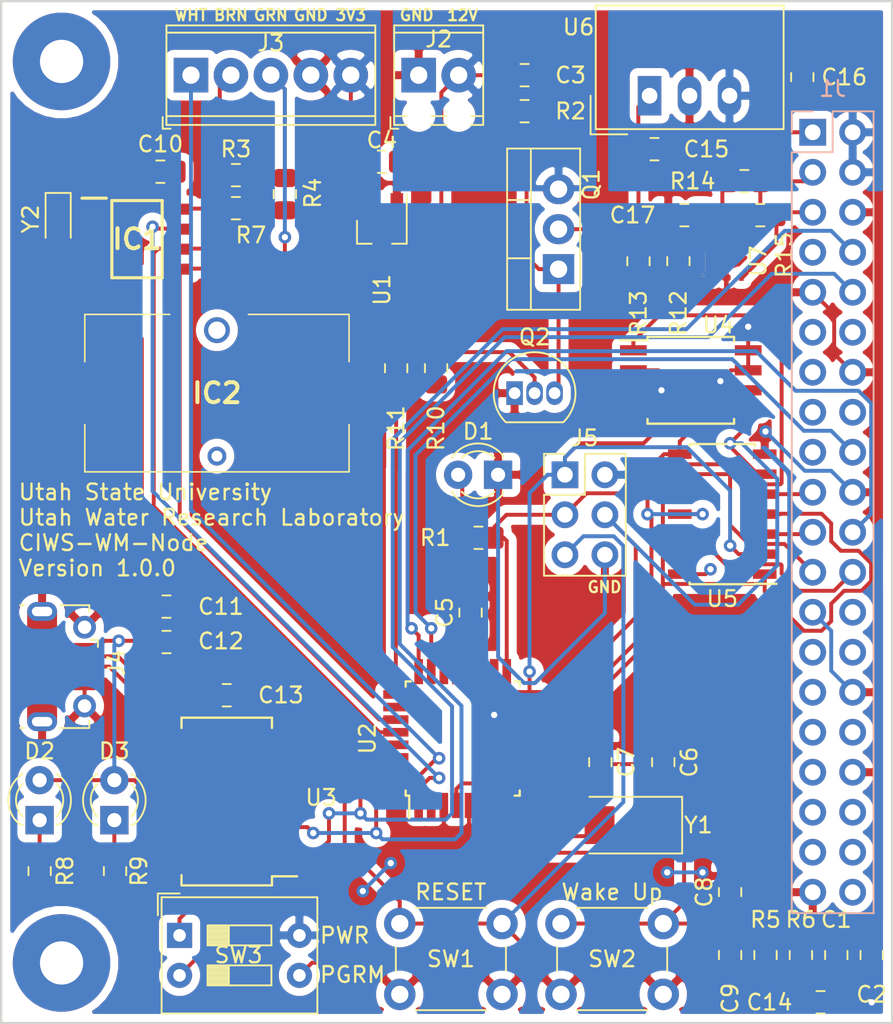
<source format=kicad_pcb>
(kicad_pcb (version 20171130) (host pcbnew "(5.1.5)-3")
  (layers (0 F.Cu signal) (31 B.Cu signal) (34 B.Paste user) (35 F.Paste user) (36 B.SilkS user) (37 F.SilkS user) (38 B.Mask user) (39 F.Mask user) (44 Edge.Cuts user))
  (net 0 "")
  (net 1 +3V3)
  (net 2 GND)
  (net 3 +12V)
  (net 4 "Net-(C5-Pad1)")
  (net 5 "Net-(C6-Pad2)")
  (net 6 "Net-(C7-Pad2)")
  (net 7 "Net-(C8-Pad1)")
  (net 8 "Net-(C9-Pad2)")
  (net 9 "Net-(C9-Pad1)")
  (net 10 "Net-(C10-Pad1)")
  (net 11 +5V)
  (net 12 "Net-(C13-Pad1)")
  (net 13 "Net-(C15-Pad1)")
  (net 14 "Net-(C16-Pad1)")
  (net 15 "Net-(D1-Pad2)")
  (net 16 "Net-(D2-Pad1)")
  (net 17 "Net-(D3-Pad1)")
  (net 18 "Net-(IC1-Pad1)")
  (net 19 "Net-(IC1-Pad2)")
  (net 20 "Net-(IC1-Pad3)")
  (net 21 "Net-(IC1-Pad5)")
  (net 22 "Net-(IC1-Pad6)")
  (net 23 "Net-(IC1-Pad7)")
  (net 24 "Net-(IC2-PadMH1)")
  (net 25 "Net-(IC2-PadMH2)")
  (net 26 "Net-(J1-Pad3)")
  (net 27 "Net-(J1-Pad5)")
  (net 28 "Net-(J1-Pad7)")
  (net 29 "Net-(J1-Pad8)")
  (net 30 "Net-(J1-Pad10)")
  (net 31 "Net-(J1-Pad11)")
  (net 32 "Net-(J1-Pad12)")
  (net 33 "Net-(J1-Pad13)")
  (net 34 "Net-(J1-Pad15)")
  (net 35 "Net-(J1-Pad16)")
  (net 36 "Net-(J1-Pad17)")
  (net 37 "Net-(J1-Pad18)")
  (net 38 "Net-(J1-Pad19)")
  (net 39 "Net-(J1-Pad21)")
  (net 40 "Net-(J1-Pad22)")
  (net 41 "Net-(J1-Pad23)")
  (net 42 "Net-(J1-Pad24)")
  (net 43 "Net-(J1-Pad26)")
  (net 44 "Net-(J1-Pad27)")
  (net 45 "Net-(J1-Pad28)")
  (net 46 "Net-(J1-Pad29)")
  (net 47 "Net-(J1-Pad31)")
  (net 48 "Net-(J1-Pad32)")
  (net 49 "Net-(J1-Pad33)")
  (net 50 "Net-(J1-Pad35)")
  (net 51 "Net-(J1-Pad36)")
  (net 52 "Net-(J1-Pad37)")
  (net 53 "Net-(J1-Pad38)")
  (net 54 "Net-(J1-Pad40)")
  (net 55 "Net-(J3-Pad1)")
  (net 56 "Net-(J4-Pad2)")
  (net 57 "Net-(J4-Pad4)")
  (net 58 "Net-(J4-Pad3)")
  (net 59 "Net-(J5-Pad1)")
  (net 60 "Net-(J5-Pad3)")
  (net 61 "Net-(J5-Pad4)")
  (net 62 "Net-(Q1-Pad1)")
  (net 63 "Net-(Q2-Pad2)")
  (net 64 "Net-(R8-Pad2)")
  (net 65 "Net-(R9-Pad2)")
  (net 66 "Net-(R10-Pad2)")
  (net 67 "Net-(SW3-Pad2)")
  (net 68 "Net-(U2-Pad2)")
  (net 69 "Net-(U2-Pad10)")
  (net 70 "Net-(U2-Pad11)")
  (net 71 "Net-(U2-Pad12)")
  (net 72 "Net-(U2-Pad13)")
  (net 73 "Net-(U2-Pad14)")
  (net 74 "Net-(U2-Pad19)")
  (net 75 "Net-(U2-Pad22)")
  (net 76 "Net-(U2-Pad26)")
  (net 77 "Net-(U3-Pad3)")
  (net 78 "Net-(U3-Pad6)")
  (net 79 "Net-(U3-Pad9)")
  (net 80 "Net-(U3-Pad10)")
  (net 81 "Net-(U3-Pad12)")
  (net 82 "Net-(U3-Pad13)")
  (net 83 "Net-(U3-Pad14)")
  (net 84 "Net-(U3-Pad19)")
  (net 85 "Net-(U3-Pad27)")
  (net 86 "Net-(U3-Pad28)")
  (net 87 VCC)
  (net 88 "Net-(R12-Pad2)")
  (net 89 "Net-(C17-Pad2)")
  (module SamacSys_Parts:1072 (layer F.Cu) (at 127.127 84.836)
    (fp_text reference IC2 (at 0 0) (layer F.SilkS) (effects (font (size 1.27 1.27) (thickness 0.254))))
    (fp_text value 1072 hide)
    (pad MH2 thru_hole circle (at 0 -4) (size 1.65 1.65) (drill 1.1) (layers *.Cu *.Mask) (net 25 "Net-(IC2-PadMH2)"))
    (pad MH1 thru_hole circle (at 0 4) (size 1.2 1.2) (drill 0.7) (layers *.Cu *.Mask) (net 24 "Net-(IC2-PadMH1)"))
    (pad 2 smd rect (at 7.4 0 90) (size 1.5 2) (layers F.Cu F.Paste F.Mask) (net 2 GND))
    (pad 1 smd rect (at -7.4 0 90) (size 1.5 2) (layers F.Cu F.Paste F.Mask) (net 20 "Net-(IC1-Pad3)"))
  )
  (module SamacSys_Parts:SOIC127P600X175-8N (layer F.Cu) (at 122.047 75.057)
    (fp_text reference IC1 (at 0 0) (layer F.SilkS) (effects (font (size 1.27 1.27) (thickness 0.254))))
    (fp_text value PCF8523T_1,118 hide)
    (pad 8 smd rect (at 2.725 -1.905 90) (size 0.7 1.55) (layers F.Cu F.Paste F.Mask) (net 10 "Net-(C10-Pad1)"))
    (pad 7 smd rect (at 2.725 -0.635 90) (size 0.7 1.55) (layers F.Cu F.Paste F.Mask) (net 23 "Net-(IC1-Pad7)"))
    (pad 6 smd rect (at 2.725 0.635 90) (size 0.7 1.55) (layers F.Cu F.Paste F.Mask) (net 22 "Net-(IC1-Pad6)"))
    (pad 5 smd rect (at 2.725 1.905 90) (size 0.7 1.55) (layers F.Cu F.Paste F.Mask) (net 21 "Net-(IC1-Pad5)"))
    (pad 4 smd rect (at -2.725 1.905 90) (size 0.7 1.55) (layers F.Cu F.Paste F.Mask) (net 2 GND))
    (pad 3 smd rect (at -2.725 0.635 90) (size 0.7 1.55) (layers F.Cu F.Paste F.Mask) (net 20 "Net-(IC1-Pad3)"))
    (pad 2 smd rect (at -2.725 -0.635 90) (size 0.7 1.55) (layers F.Cu F.Paste F.Mask) (net 19 "Net-(IC1-Pad2)"))
    (pad 1 smd rect (at -2.725 -1.905 90) (size 0.7 1.55) (layers F.Cu F.Paste F.Mask) (net 18 "Net-(IC1-Pad1)"))
  )
  (module Resistor_SMD:R_0805_2012Metric_Pad1.15x1.40mm_HandSolder (layer F.Cu) (at 161.671 73.533)
    (fp_text reference R15 (at 1.524 2.54 270) (layer F.SilkS))
    (fp_text value 5k)
    (pad 2 smd roundrect (at 1.025 0) (size 1.15 1.4) (layers F.Cu F.Paste F.Mask) (roundrect_rratio 0.217391) (net 27 "Net-(J1-Pad5)"))
    (pad 1 smd roundrect (at -1.025 0) (size 1.15 1.4) (layers F.Cu F.Paste F.Mask) (roundrect_rratio 0.217391) (net 89 "Net-(C17-Pad2)"))
  )
  (module Resistor_SMD:R_0805_2012Metric_Pad1.15x1.40mm_HandSolder (layer F.Cu) (at 160.655 71.374)
    (fp_text reference R14 (at -3.293 0 180) (layer F.SilkS))
    (fp_text value 5k)
    (pad 2 smd roundrect (at 1.025 0) (size 1.15 1.4) (layers F.Cu F.Paste F.Mask) (roundrect_rratio 0.217391) (net 26 "Net-(J1-Pad3)"))
    (pad 1 smd roundrect (at -1.025 0) (size 1.15 1.4) (layers F.Cu F.Paste F.Mask) (roundrect_rratio 0.217391) (net 89 "Net-(C17-Pad2)"))
  )
  (module Resistor_SMD:R_0805_2012Metric_Pad1.15x1.40mm_HandSolder (layer F.Cu) (at 153.924 76.463 90)
    (fp_text reference R13 (at -3.293 0 90) (layer F.SilkS))
    (fp_text value 13k)
    (pad 2 smd roundrect (at 1.025 0 90) (size 1.15 1.4) (layers F.Cu F.Paste F.Mask) (roundrect_rratio 0.217391) (net 13 "Net-(C15-Pad1)"))
    (pad 1 smd roundrect (at -1.025 0 90) (size 1.15 1.4) (layers F.Cu F.Paste F.Mask) (roundrect_rratio 0.217391) (net 88 "Net-(R12-Pad2)"))
  )
  (module Resistor_SMD:R_0805_2012Metric_Pad1.15x1.40mm_HandSolder (layer F.Cu) (at 156.464 76.454 270)
    (fp_text reference R12 (at 3.302 0 90) (layer F.SilkS))
    (fp_text value 2k)
    (pad 2 smd roundrect (at 1.025 0 270) (size 1.15 1.4) (layers F.Cu F.Paste F.Mask) (roundrect_rratio 0.217391) (net 88 "Net-(R12-Pad2)"))
    (pad 1 smd roundrect (at -1.025 0 270) (size 1.15 1.4) (layers F.Cu F.Paste F.Mask) (roundrect_rratio 0.217391) (net 2 GND))
  )
  (module Capacitor_SMD:C_0805_2012Metric_Pad1.15x1.40mm_HandSolder (layer F.Cu) (at 156.845 73.533)
    (fp_text reference C17 (at -3.302 0) (layer F.SilkS))
    (fp_text value 10uF)
    (pad 2 smd roundrect (at 1.025 0) (size 1.15 1.4) (layers F.Cu F.Paste F.Mask) (roundrect_rratio 0.217391) (net 89 "Net-(C17-Pad2)"))
    (pad 1 smd roundrect (at -1.025 0) (size 1.15 1.4) (layers F.Cu F.Paste F.Mask) (roundrect_rratio 0.217391) (net 2 GND))
  )
  (module Microchip:MCP3425 (layer F.Cu) (at 159.512 76.454)
    (fp_text reference U7 (at 2.032 0 90) (layer F.SilkS))
    (fp_text value MCP3421A0T-ECH)
    (pad 6 smd rect (at -0.95 -1.05) (size 0.3 0.4) (layers F.Cu F.Paste F.Mask) (net 2 GND))
    (pad 5 smd rect (at 0 -1.05) (size 0.3 0.4) (layers F.Cu F.Paste F.Mask) (net 89 "Net-(C17-Pad2)"))
    (pad 4 smd rect (at 0.95 -1.05) (size 0.3 0.4) (layers F.Cu F.Paste F.Mask) (net 26 "Net-(J1-Pad3)"))
    (pad 3 smd rect (at 0.95 1.05) (size 0.3 0.4) (layers F.Cu F.Paste F.Mask) (net 27 "Net-(J1-Pad5)"))
    (pad 2 smd rect (at 0 1.05) (size 0.3 0.4) (layers F.Cu F.Paste F.Mask) (net 2 GND))
    (pad 1 smd rect (at -0.95 1.05) (size 0.3 0.4) (layers F.Cu F.Paste F.Mask) (net 88 "Net-(R12-Pad2)"))
  )
  (module Package_SO:SOIC-14_3.9x8.7mm_P1.27mm (layer F.Cu) (at 159.25 92.52 180)
    (fp_text reference U5 (at 0 -5.375) (layer F.SilkS))
    (fp_text value SN74HC125D)
    (pad 1 smd rect (at -2.7 -3.81 180) (size 1.5 0.6) (layers F.Cu F.Paste F.Mask) (net 71 "Net-(U2-Pad12)"))
    (pad 2 smd rect (at -2.7 -2.54 180) (size 1.5 0.6) (layers F.Cu F.Paste F.Mask) (net 59 "Net-(J5-Pad1)"))
    (pad 3 smd rect (at -2.7 -1.27 180) (size 1.5 0.6) (layers F.Cu F.Paste F.Mask) (net 39 "Net-(J1-Pad21)"))
    (pad 4 smd rect (at -2.7 0 180) (size 1.5 0.6) (layers F.Cu F.Paste F.Mask) (net 71 "Net-(U2-Pad12)"))
    (pad 5 smd rect (at -2.7 1.27 180) (size 1.5 0.6) (layers F.Cu F.Paste F.Mask) (net 38 "Net-(J1-Pad19)"))
    (pad 6 smd rect (at -2.7 2.54 180) (size 1.5 0.6) (layers F.Cu F.Paste F.Mask) (net 61 "Net-(J5-Pad4)"))
    (pad 7 smd rect (at -2.7 3.81 180) (size 1.5 0.6) (layers F.Cu F.Paste F.Mask) (net 2 GND))
    (pad 8 smd rect (at 2.7 3.81 180) (size 1.5 0.6) (layers F.Cu F.Paste F.Mask) (net 60 "Net-(J5-Pad3)"))
    (pad 9 smd rect (at 2.7 2.54 180) (size 1.5 0.6) (layers F.Cu F.Paste F.Mask) (net 41 "Net-(J1-Pad23)"))
    (pad 10 smd rect (at 2.7 1.27 180) (size 1.5 0.6) (layers F.Cu F.Paste F.Mask) (net 71 "Net-(U2-Pad12)"))
    (pad 11 smd rect (at 2.7 0 180) (size 1.5 0.6) (layers F.Cu F.Paste F.Mask) (net 72 "Net-(U2-Pad13)"))
    (pad 12 smd rect (at 2.7 -1.27 180) (size 1.5 0.6) (layers F.Cu F.Paste F.Mask) (net 42 "Net-(J1-Pad24)"))
    (pad 13 smd rect (at 2.7 -2.54 180) (size 1.5 0.6) (layers F.Cu F.Paste F.Mask) (net 71 "Net-(U2-Pad12)"))
    (pad 14 smd rect (at 2.7 -3.81 180) (size 1.5 0.6) (layers F.Cu F.Paste F.Mask) (net 87 VCC))
  )
  (module Capacitor_SMD:C_0805_2012Metric_Pad1.15x1.40mm_HandSolder (layer F.Cu) (at 166.5 120.52 90)
    (fp_text reference C1 (at 2.25 0) (layer F.SilkS))
    (fp_text value 1uF)
    (pad 1 smd roundrect (at -1.025 0 90) (size 1.15 1.4) (layers F.Cu F.Paste F.Mask) (roundrect_rratio 0.217391) (net 1 +3V3))
    (pad 2 smd roundrect (at 1.025 0 90) (size 1.15 1.4) (layers F.Cu F.Paste F.Mask) (roundrect_rratio 0.217391) (net 2 GND))
  )
  (module Capacitor_SMD:C_0805_2012Metric_Pad1.15x1.40mm_HandSolder (layer F.Cu) (at 168.75 120.52 90)
    (fp_text reference C2 (at -2.5 0 180) (layer F.SilkS))
    (fp_text value 0.1uF)
    (pad 1 smd roundrect (at -1.025 0 90) (size 1.15 1.4) (layers F.Cu F.Paste F.Mask) (roundrect_rratio 0.217391) (net 1 +3V3))
    (pad 2 smd roundrect (at 1.025 0 90) (size 1.15 1.4) (layers F.Cu F.Paste F.Mask) (roundrect_rratio 0.217391) (net 2 GND))
  )
  (module Capacitor_SMD:C_0805_2012Metric_Pad1.15x1.40mm_HandSolder (layer F.Cu) (at 146.685 64.643)
    (fp_text reference C3 (at 2.921 0) (layer F.SilkS))
    (fp_text value 1uF)
    (pad 1 smd roundrect (at -1.025 0) (size 1.15 1.4) (layers F.Cu F.Paste F.Mask) (roundrect_rratio 0.217391) (net 3 +12V))
    (pad 2 smd roundrect (at 1.025 0) (size 1.15 1.4) (layers F.Cu F.Paste F.Mask) (roundrect_rratio 0.217391) (net 2 GND))
  )
  (module Capacitor_SMD:C_0805_2012Metric_Pad1.15x1.40mm_HandSolder (layer F.Cu) (at 137.612 70.141)
    (fp_text reference C4 (at 0 -1.37) (layer F.SilkS))
    (fp_text value 1uF)
    (pad 1 smd roundrect (at -1.025 0) (size 1.15 1.4) (layers F.Cu F.Paste F.Mask) (roundrect_rratio 0.217391) (net 1 +3V3))
    (pad 2 smd roundrect (at 1.025 0) (size 1.15 1.4) (layers F.Cu F.Paste F.Mask) (roundrect_rratio 0.217391) (net 2 GND))
  )
  (module Capacitor_SMD:C_0805_2012Metric_Pad1.15x1.40mm_HandSolder (layer F.Cu) (at 143.25 98.77 90)
    (fp_text reference C5 (at 0 -1.65 90) (layer F.SilkS))
    (fp_text value 0.1uF)
    (pad 1 smd roundrect (at -1.025 0 90) (size 1.15 1.4) (layers F.Cu F.Paste F.Mask) (roundrect_rratio 0.217391) (net 4 "Net-(C5-Pad1)"))
    (pad 2 smd roundrect (at 1.025 0 90) (size 1.15 1.4) (layers F.Cu F.Paste F.Mask) (roundrect_rratio 0.217391) (net 2 GND))
  )
  (module Capacitor_SMD:C_0805_2012Metric_Pad1.15x1.40mm_HandSolder (layer F.Cu) (at 155.5 108.27 270)
    (fp_text reference C6 (at 0 -1.65 90) (layer F.SilkS))
    (fp_text value 20pF)
    (pad 1 smd roundrect (at -1.025 0 270) (size 1.15 1.4) (layers F.Cu F.Paste F.Mask) (roundrect_rratio 0.217391) (net 2 GND))
    (pad 2 smd roundrect (at 1.025 0 270) (size 1.15 1.4) (layers F.Cu F.Paste F.Mask) (roundrect_rratio 0.217391) (net 5 "Net-(C6-Pad2)"))
  )
  (module Capacitor_SMD:C_0805_2012Metric_Pad1.15x1.40mm_HandSolder (layer F.Cu) (at 151.5 108.27 270)
    (fp_text reference C7 (at 0 -1.65 90) (layer F.SilkS))
    (fp_text value 20pF)
    (pad 2 smd roundrect (at 1.025 0 270) (size 1.15 1.4) (layers F.Cu F.Paste F.Mask) (roundrect_rratio 0.217391) (net 6 "Net-(C7-Pad2)"))
    (pad 1 smd roundrect (at -1.025 0 270) (size 1.15 1.4) (layers F.Cu F.Paste F.Mask) (roundrect_rratio 0.217391) (net 2 GND))
  )
  (module Capacitor_SMD:C_0805_2012Metric_Pad1.15x1.40mm_HandSolder (layer F.Cu) (at 159.75 116.52 90)
    (fp_text reference C8 (at 0 -1.65 90) (layer F.SilkS))
    (fp_text value 0.1uF)
    (pad 2 smd roundrect (at 1.025 0 90) (size 1.15 1.4) (layers F.Cu F.Paste F.Mask) (roundrect_rratio 0.217391) (net 2 GND))
    (pad 1 smd roundrect (at -1.025 0 90) (size 1.15 1.4) (layers F.Cu F.Paste F.Mask) (roundrect_rratio 0.217391) (net 7 "Net-(C8-Pad1)"))
  )
  (module Capacitor_SMD:C_0805_2012Metric_Pad1.15x1.40mm_HandSolder (layer F.Cu) (at 159.75 120.52 90)
    (fp_text reference C9 (at -2.75 0 90) (layer F.SilkS))
    (fp_text value 0.1uF)
    (pad 2 smd roundrect (at 1.025 0 90) (size 1.15 1.4) (layers F.Cu F.Paste F.Mask) (roundrect_rratio 0.217391) (net 8 "Net-(C9-Pad2)"))
    (pad 1 smd roundrect (at -1.025 0 90) (size 1.15 1.4) (layers F.Cu F.Paste F.Mask) (roundrect_rratio 0.217391) (net 9 "Net-(C9-Pad1)"))
  )
  (module Capacitor_SMD:C_0805_2012Metric_Pad1.15x1.40mm_HandSolder (layer F.Cu) (at 123.533 70.772 180)
    (fp_text reference C10 (at 0 1.75) (layer F.SilkS))
    (fp_text value 10uF)
    (pad 1 smd roundrect (at -1.025 0 180) (size 1.15 1.4) (layers F.Cu F.Paste F.Mask) (roundrect_rratio 0.217391) (net 10 "Net-(C10-Pad1)"))
    (pad 2 smd roundrect (at 1.025 0 180) (size 1.15 1.4) (layers F.Cu F.Paste F.Mask) (roundrect_rratio 0.217391) (net 2 GND))
  )
  (module Capacitor_SMD:C_0805_2012Metric_Pad1.15x1.40mm_HandSolder (layer F.Cu) (at 123.921 98.3925)
    (fp_text reference C11 (at 3.46 0) (layer F.SilkS))
    (fp_text value 0.1uF)
    (pad 1 smd roundrect (at -1.025 0) (size 1.15 1.4) (layers F.Cu F.Paste F.Mask) (roundrect_rratio 0.217391) (net 11 +5V))
    (pad 2 smd roundrect (at 1.025 0) (size 1.15 1.4) (layers F.Cu F.Paste F.Mask) (roundrect_rratio 0.217391) (net 2 GND))
  )
  (module Capacitor_SMD:C_0805_2012Metric_Pad1.15x1.40mm_HandSolder (layer F.Cu) (at 123.921 100.6425)
    (fp_text reference C12 (at 3.46 -0.0585) (layer F.SilkS))
    (fp_text value 10uF)
    (pad 2 smd roundrect (at 1.025 0) (size 1.15 1.4) (layers F.Cu F.Paste F.Mask) (roundrect_rratio 0.217391) (net 2 GND))
    (pad 1 smd roundrect (at -1.025 0) (size 1.15 1.4) (layers F.Cu F.Paste F.Mask) (roundrect_rratio 0.217391) (net 11 +5V))
  )
  (module Capacitor_SMD:C_0805_2012Metric_Pad1.15x1.40mm_HandSolder (layer F.Cu) (at 127.75 104.02)
    (fp_text reference C13 (at 3.441 -0.007) (layer F.SilkS))
    (fp_text value 0.1uF)
    (pad 2 smd roundrect (at 1.025 0) (size 1.15 1.4) (layers F.Cu F.Paste F.Mask) (roundrect_rratio 0.217391) (net 2 GND))
    (pad 1 smd roundrect (at -1.025 0) (size 1.15 1.4) (layers F.Cu F.Paste F.Mask) (roundrect_rratio 0.217391) (net 12 "Net-(C13-Pad1)"))
  )
  (module Capacitor_SMD:C_0805_2012Metric_Pad1.15x1.40mm_HandSolder (layer F.Cu) (at 165.5 123.52 180)
    (fp_text reference C14 (at 3.25 0) (layer F.SilkS))
    (fp_text value 1uF)
    (pad 1 smd roundrect (at -1.025 0 180) (size 1.15 1.4) (layers F.Cu F.Paste F.Mask) (roundrect_rratio 0.217391) (net 1 +3V3))
    (pad 2 smd roundrect (at 1.025 0 180) (size 1.15 1.4) (layers F.Cu F.Paste F.Mask) (roundrect_rratio 0.217391) (net 2 GND))
  )
  (module Capacitor_SMD:C_0805_2012Metric_Pad1.15x1.40mm_HandSolder (layer F.Cu) (at 154.94 69.342)
    (fp_text reference C15 (at 3.302 0) (layer F.SilkS))
    (fp_text value 1uF)
    (pad 2 smd roundrect (at 1.025 0) (size 1.15 1.4) (layers F.Cu F.Paste F.Mask) (roundrect_rratio 0.217391) (net 2 GND))
    (pad 1 smd roundrect (at -1.025 0) (size 1.15 1.4) (layers F.Cu F.Paste F.Mask) (roundrect_rratio 0.217391) (net 13 "Net-(C15-Pad1)"))
  )
  (module Capacitor_SMD:C_0805_2012Metric_Pad1.15x1.40mm_HandSolder (layer F.Cu) (at 164.338 64.77 90)
    (fp_text reference C16 (at 0 2.667 180) (layer F.SilkS))
    (fp_text value 1uF)
    (pad 1 smd roundrect (at -1.025 0 90) (size 1.15 1.4) (layers F.Cu F.Paste F.Mask) (roundrect_rratio 0.217391) (net 14 "Net-(C16-Pad1)"))
    (pad 2 smd roundrect (at 1.025 0 90) (size 1.15 1.4) (layers F.Cu F.Paste F.Mask) (roundrect_rratio 0.217391) (net 2 GND))
  )
  (module LED_THT:LED_D3.0mm_Clear (layer F.Cu) (at 145 90.02 180)
    (fp_text reference D1 (at 1.27 2.75) (layer F.SilkS))
    (fp_text value 2460-L314HD-ND)
    (pad 1 thru_hole rect (at 0 0 180) (size 1.8 1.8) (drill 0.9) (layers *.Cu *.Mask) (net 2 GND))
    (pad 2 thru_hole circle (at 2.54 0 180) (size 1.8 1.8) (drill 0.9) (layers *.Cu *.Mask) (net 15 "Net-(D1-Pad2)"))
  )
  (module LED_THT:LED_D3.0mm_Clear (layer F.Cu) (at 115.855 111.9535 90)
    (fp_text reference D2 (at 4.3845 0 180) (layer F.SilkS))
    (fp_text value 2460-L314HD-ND)
    (pad 2 thru_hole circle (at 2.54 0 90) (size 1.8 1.8) (drill 0.9) (layers *.Cu *.Mask) (net 11 +5V))
    (pad 1 thru_hole rect (at 0 0 90) (size 1.8 1.8) (drill 0.9) (layers *.Cu *.Mask) (net 16 "Net-(D2-Pad1)"))
  )
  (module LED_THT:LED_D3.0mm_Clear (layer F.Cu) (at 120.605 111.9535 90)
    (fp_text reference D3 (at 4.3845 0 180) (layer F.SilkS))
    (fp_text value 2460-L314HD-ND)
    (pad 1 thru_hole rect (at 0 0 90) (size 1.8 1.8) (drill 0.9) (layers *.Cu *.Mask) (net 17 "Net-(D3-Pad1)"))
    (pad 2 thru_hole circle (at 2.54 0 90) (size 1.8 1.8) (drill 0.9) (layers *.Cu *.Mask) (net 11 +5V))
  )
  (module Connector_PinSocket_2.54mm:PinSocket_2x20_P2.54mm_Vertical (layer B.Cu) (at 165 68.27 180)
    (fp_text reference J1 (at -1.27 2.77) (layer B.SilkS) (effects (justify mirror)))
    (fp_text value Conn_02x20_Odd_Even)
    (pad 1 thru_hole rect (at 0 0 180) (size 1.7 1.7) (drill 1) (layers *.Cu *.Mask) (net 89 "Net-(C17-Pad2)"))
    (pad 2 thru_hole oval (at -2.54 0 180) (size 1.7 1.7) (drill 1) (layers *.Cu *.Mask) (net 14 "Net-(C16-Pad1)"))
    (pad 3 thru_hole oval (at 0 -2.54 180) (size 1.7 1.7) (drill 1) (layers *.Cu *.Mask) (net 26 "Net-(J1-Pad3)"))
    (pad 4 thru_hole oval (at -2.54 -2.54 180) (size 1.7 1.7) (drill 1) (layers *.Cu *.Mask) (net 14 "Net-(C16-Pad1)"))
    (pad 5 thru_hole oval (at 0 -5.08 180) (size 1.7 1.7) (drill 1) (layers *.Cu *.Mask) (net 27 "Net-(J1-Pad5)"))
    (pad 6 thru_hole oval (at -2.54 -5.08 180) (size 1.7 1.7) (drill 1) (layers *.Cu *.Mask) (net 2 GND))
    (pad 7 thru_hole oval (at 0 -7.62 180) (size 1.7 1.7) (drill 1) (layers *.Cu *.Mask) (net 28 "Net-(J1-Pad7)"))
    (pad 8 thru_hole oval (at -2.54 -7.62 180) (size 1.7 1.7) (drill 1) (layers *.Cu *.Mask) (net 29 "Net-(J1-Pad8)"))
    (pad 9 thru_hole oval (at 0 -10.16 180) (size 1.7 1.7) (drill 1) (layers *.Cu *.Mask) (net 2 GND))
    (pad 10 thru_hole oval (at -2.54 -10.16 180) (size 1.7 1.7) (drill 1) (layers *.Cu *.Mask) (net 30 "Net-(J1-Pad10)"))
    (pad 11 thru_hole oval (at 0 -12.7 180) (size 1.7 1.7) (drill 1) (layers *.Cu *.Mask) (net 31 "Net-(J1-Pad11)"))
    (pad 12 thru_hole oval (at -2.54 -12.7 180) (size 1.7 1.7) (drill 1) (layers *.Cu *.Mask) (net 32 "Net-(J1-Pad12)"))
    (pad 13 thru_hole oval (at 0 -15.24 180) (size 1.7 1.7) (drill 1) (layers *.Cu *.Mask) (net 33 "Net-(J1-Pad13)"))
    (pad 14 thru_hole oval (at -2.54 -15.24 180) (size 1.7 1.7) (drill 1) (layers *.Cu *.Mask) (net 2 GND))
    (pad 15 thru_hole oval (at 0 -17.78 180) (size 1.7 1.7) (drill 1) (layers *.Cu *.Mask) (net 34 "Net-(J1-Pad15)"))
    (pad 16 thru_hole oval (at -2.54 -17.78 180) (size 1.7 1.7) (drill 1) (layers *.Cu *.Mask) (net 35 "Net-(J1-Pad16)"))
    (pad 17 thru_hole oval (at 0 -20.32 180) (size 1.7 1.7) (drill 1) (layers *.Cu *.Mask) (net 36 "Net-(J1-Pad17)"))
    (pad 18 thru_hole oval (at -2.54 -20.32 180) (size 1.7 1.7) (drill 1) (layers *.Cu *.Mask) (net 37 "Net-(J1-Pad18)"))
    (pad 19 thru_hole oval (at 0 -22.86 180) (size 1.7 1.7) (drill 1) (layers *.Cu *.Mask) (net 38 "Net-(J1-Pad19)"))
    (pad 20 thru_hole oval (at -2.54 -22.86 180) (size 1.7 1.7) (drill 1) (layers *.Cu *.Mask) (net 2 GND))
    (pad 21 thru_hole oval (at 0 -25.4 180) (size 1.7 1.7) (drill 1) (layers *.Cu *.Mask) (net 39 "Net-(J1-Pad21)"))
    (pad 22 thru_hole oval (at -2.54 -25.4 180) (size 1.7 1.7) (drill 1) (layers *.Cu *.Mask) (net 40 "Net-(J1-Pad22)"))
    (pad 23 thru_hole oval (at 0 -27.94 180) (size 1.7 1.7) (drill 1) (layers *.Cu *.Mask) (net 41 "Net-(J1-Pad23)"))
    (pad 24 thru_hole oval (at -2.54 -27.94 180) (size 1.7 1.7) (drill 1) (layers *.Cu *.Mask) (net 42 "Net-(J1-Pad24)"))
    (pad 25 thru_hole oval (at 0 -30.48 180) (size 1.7 1.7) (drill 1) (layers *.Cu *.Mask) (net 2 GND))
    (pad 26 thru_hole oval (at -2.54 -30.48 180) (size 1.7 1.7) (drill 1) (layers *.Cu *.Mask) (net 43 "Net-(J1-Pad26)"))
    (pad 27 thru_hole oval (at 0 -33.02 180) (size 1.7 1.7) (drill 1) (layers *.Cu *.Mask) (net 44 "Net-(J1-Pad27)"))
    (pad 28 thru_hole oval (at -2.54 -33.02 180) (size 1.7 1.7) (drill 1) (layers *.Cu *.Mask) (net 45 "Net-(J1-Pad28)"))
    (pad 29 thru_hole oval (at 0 -35.56 180) (size 1.7 1.7) (drill 1) (layers *.Cu *.Mask) (net 46 "Net-(J1-Pad29)"))
    (pad 30 thru_hole oval (at -2.54 -35.56 180) (size 1.7 1.7) (drill 1) (layers *.Cu *.Mask) (net 2 GND))
    (pad 31 thru_hole oval (at 0 -38.1 180) (size 1.7 1.7) (drill 1) (layers *.Cu *.Mask) (net 47 "Net-(J1-Pad31)"))
    (pad 32 thru_hole oval (at -2.54 -38.1 180) (size 1.7 1.7) (drill 1) (layers *.Cu *.Mask) (net 48 "Net-(J1-Pad32)"))
    (pad 33 thru_hole oval (at 0 -40.64 180) (size 1.7 1.7) (drill 1) (layers *.Cu *.Mask) (net 49 "Net-(J1-Pad33)"))
    (pad 34 thru_hole oval (at -2.54 -40.64 180) (size 1.7 1.7) (drill 1) (layers *.Cu *.Mask) (net 2 GND))
    (pad 35 thru_hole oval (at 0 -43.18 180) (size 1.7 1.7) (drill 1) (layers *.Cu *.Mask) (net 50 "Net-(J1-Pad35)"))
    (pad 36 thru_hole oval (at -2.54 -43.18 180) (size 1.7 1.7) (drill 1) (layers *.Cu *.Mask) (net 51 "Net-(J1-Pad36)"))
    (pad 37 thru_hole oval (at 0 -45.72 180) (size 1.7 1.7) (drill 1) (layers *.Cu *.Mask) (net 52 "Net-(J1-Pad37)"))
    (pad 38 thru_hole oval (at -2.54 -45.72 180) (size 1.7 1.7) (drill 1) (layers *.Cu *.Mask) (net 53 "Net-(J1-Pad38)"))
    (pad 39 thru_hole oval (at 0 -48.26 180) (size 1.7 1.7) (drill 1) (layers *.Cu *.Mask) (net 2 GND))
    (pad 40 thru_hole oval (at -2.54 -48.26 180) (size 1.7 1.7) (drill 1) (layers *.Cu *.Mask) (net 54 "Net-(J1-Pad40)"))
  )
  (module TerminalBlock_Phoenix:TerminalBlock_Phoenix_MPT-0,5-2-2.54_1x02_P2.54mm_Horizontal (layer F.Cu) (at 139.954 64.643)
    (fp_text reference J2 (at 1.27 -2.286) (layer F.SilkS))
    (fp_text value Screw_Terminal_01x02)
    (pad 1 thru_hole rect (at 0 0) (size 2.2 2.2) (drill 1.1) (layers *.Cu *.Mask) (net 2 GND))
    (pad "" np_thru_hole circle (at 0 2.54) (size 1.1 1.1) (drill 1.1) (layers *.Cu *.Mask))
    (pad 2 thru_hole circle (at 2.54 0) (size 2.2 2.2) (drill 1.1) (layers *.Cu *.Mask) (net 3 +12V))
    (pad "" np_thru_hole circle (at 2.54 2.54) (size 1.1 1.1) (drill 1.1) (layers *.Cu *.Mask))
  )
  (module TerminalBlock_Phoenix:TerminalBlock_Phoenix_MPT-0,5-5-2.54_1x05_P2.54mm_Horizontal (layer F.Cu) (at 125.476 64.643)
    (fp_text reference J3 (at 5.08 -2.032) (layer F.SilkS))
    (fp_text value Screw_Terminal_01x05)
    (pad 1 thru_hole rect (at 0 0) (size 2.2 2.2) (drill 1.1) (layers *.Cu *.Mask) (net 55 "Net-(J3-Pad1)"))
    (pad 2 thru_hole circle (at 2.54 0) (size 2.2 2.2) (drill 1.1) (layers *.Cu *.Mask) (net 22 "Net-(IC1-Pad6)"))
    (pad 3 thru_hole circle (at 5.08 0) (size 2.2 2.2) (drill 1.1) (layers *.Cu *.Mask) (net 21 "Net-(IC1-Pad5)"))
    (pad 4 thru_hole circle (at 7.62 0) (size 2.2 2.2) (drill 1.1) (layers *.Cu *.Mask) (net 2 GND))
    (pad 5 thru_hole circle (at 10.16 0) (size 2.2 2.2) (drill 1.1) (layers *.Cu *.Mask) (net 1 +3V3))
  )
  (module Connector_USB:USB_Micro-B_Molex-105017-0001 (layer F.Cu) (at 117.25 102.2015 270)
    (fp_text reference J4 (at -0.25 -3.5 90) (layer F.SilkS))
    (fp_text value USB_B_Micro)
    (pad 6 smd rect (at 1 1.2375 270) (size 1.5 1.9) (layers F.Cu F.Paste F.Mask) (net 2 GND))
    (pad 6 thru_hole circle (at -2.5 -1.4625 270) (size 1.45 1.45) (drill 0.85) (layers *.Cu *.Mask) (net 2 GND))
    (pad 2 smd rect (at -0.65 -1.4625 270) (size 0.4 1.35) (layers F.Cu F.Paste F.Mask) (net 56 "Net-(J4-Pad2)"))
    (pad 1 smd rect (at -1.3 -1.4625 270) (size 0.4 1.35) (layers F.Cu F.Paste F.Mask) (net 11 +5V))
    (pad 5 smd rect (at 1.3 -1.4625 270) (size 0.4 1.35) (layers F.Cu F.Paste F.Mask) (net 2 GND))
    (pad 4 smd rect (at 0.65 -1.4625 270) (size 0.4 1.35) (layers F.Cu F.Paste F.Mask) (net 57 "Net-(J4-Pad4)"))
    (pad 3 smd rect (at 0 -1.4625 270) (size 0.4 1.35) (layers F.Cu F.Paste F.Mask) (net 58 "Net-(J4-Pad3)"))
    (pad 6 thru_hole circle (at 2.5 -1.4625 270) (size 1.45 1.45) (drill 0.85) (layers *.Cu *.Mask) (net 2 GND))
    (pad 6 smd rect (at -1 1.2375 270) (size 1.5 1.9) (layers F.Cu F.Paste F.Mask) (net 2 GND))
    (pad 6 thru_hole oval (at -3.5 1.2375 90) (size 1.2 1.9) (drill oval 0.6 1.3) (layers *.Cu *.Mask) (net 2 GND))
    (pad 6 thru_hole oval (at 3.5 1.2375 270) (size 1.2 1.9) (drill oval 0.6 1.3) (layers *.Cu *.Mask) (net 2 GND))
    (pad 6 smd rect (at 2.9 1.2375 270) (size 1.2 1.9) (layers F.Cu F.Mask) (net 2 GND))
    (pad 6 smd rect (at -2.9 1.2375 270) (size 1.2 1.9) (layers F.Cu F.Mask) (net 2 GND))
  )
  (module Connector_PinHeader_2.54mm:PinHeader_2x03_P2.54mm_Vertical (layer F.Cu) (at 149.25 90.02)
    (fp_text reference J5 (at 1.27 -2.33) (layer F.SilkS))
    (fp_text value "ISP Header")
    (pad 1 thru_hole rect (at 0 0) (size 1.7 1.7) (drill 1) (layers *.Cu *.Mask) (net 59 "Net-(J5-Pad1)"))
    (pad 2 thru_hole oval (at 2.54 0) (size 1.7 1.7) (drill 1) (layers *.Cu *.Mask) (net 1 +3V3))
    (pad 3 thru_hole oval (at 0 2.54) (size 1.7 1.7) (drill 1) (layers *.Cu *.Mask) (net 60 "Net-(J5-Pad3)"))
    (pad 4 thru_hole oval (at 2.54 2.54) (size 1.7 1.7) (drill 1) (layers *.Cu *.Mask) (net 61 "Net-(J5-Pad4)"))
    (pad 5 thru_hole oval (at 0 5.08) (size 1.7 1.7) (drill 1) (layers *.Cu *.Mask) (net 8 "Net-(C9-Pad2)"))
    (pad 6 thru_hole oval (at 2.54 5.08) (size 1.7 1.7) (drill 1) (layers *.Cu *.Mask) (net 2 GND))
  )
  (module Package_TO_SOT_THT:TO-220-3_Vertical (layer F.Cu) (at 148.844 76.962 90)
    (fp_text reference Q1 (at 5.371 2.088 90) (layer F.SilkS))
    (fp_text value FQP_27P06)
    (pad 1 thru_hole rect (at 0 0 90) (size 1.905 2) (drill 1.1) (layers *.Cu *.Mask) (net 62 "Net-(Q1-Pad1)"))
    (pad 2 thru_hole oval (at 2.54 0 90) (size 1.905 2) (drill 1.1) (layers *.Cu *.Mask) (net 13 "Net-(C15-Pad1)"))
    (pad 3 thru_hole oval (at 5.08 0 90) (size 1.905 2) (drill 1.1) (layers *.Cu *.Mask) (net 3 +12V))
  )
  (module Package_TO_SOT_THT:TO-92_Inline (layer F.Cu) (at 146.05 84.836)
    (fp_text reference Q2 (at 1.27 -3.56) (layer F.SilkS))
    (fp_text value 2N3904)
    (pad 2 thru_hole oval (at 1.27 0) (size 1.05 1.5) (drill 0.75) (layers *.Cu *.Mask) (net 63 "Net-(Q2-Pad2)"))
    (pad 3 thru_hole oval (at 2.54 0) (size 1.05 1.5) (drill 0.75) (layers *.Cu *.Mask) (net 62 "Net-(Q1-Pad1)"))
    (pad 1 thru_hole rect (at 0 0) (size 1.05 1.5) (drill 0.75) (layers *.Cu *.Mask) (net 2 GND))
  )
  (module Resistor_SMD:R_0805_2012Metric_Pad1.15x1.40mm_HandSolder (layer F.Cu) (at 143.75 94.02 180)
    (fp_text reference R1 (at 2.75 0) (layer F.SilkS))
    (fp_text value 470)
    (pad 1 smd roundrect (at -1.025 0 180) (size 1.15 1.4) (layers F.Cu F.Paste F.Mask) (roundrect_rratio 0.217391) (net 60 "Net-(J5-Pad3)"))
    (pad 2 smd roundrect (at 1.025 0 180) (size 1.15 1.4) (layers F.Cu F.Paste F.Mask) (roundrect_rratio 0.217391) (net 15 "Net-(D1-Pad2)"))
  )
  (module Resistor_SMD:R_0805_2012Metric_Pad1.15x1.40mm_HandSolder (layer F.Cu) (at 146.685 66.929)
    (fp_text reference R2 (at 2.921 0) (layer F.SilkS))
    (fp_text value 10k)
    (pad 2 smd roundrect (at 1.025 0) (size 1.15 1.4) (layers F.Cu F.Paste F.Mask) (roundrect_rratio 0.217391) (net 62 "Net-(Q1-Pad1)"))
    (pad 1 smd roundrect (at -1.025 0) (size 1.15 1.4) (layers F.Cu F.Paste F.Mask) (roundrect_rratio 0.217391) (net 3 +12V))
  )
  (module Resistor_SMD:R_0805_2012Metric_Pad1.15x1.40mm_HandSolder (layer F.Cu) (at 128.3335 70.993 180)
    (fp_text reference R3 (at 0 1.651) (layer F.SilkS))
    (fp_text value 10k)
    (pad 2 smd roundrect (at 1.025 0 180) (size 1.15 1.4) (layers F.Cu F.Paste F.Mask) (roundrect_rratio 0.217391) (net 22 "Net-(IC1-Pad6)"))
    (pad 1 smd roundrect (at -1.025 0 180) (size 1.15 1.4) (layers F.Cu F.Paste F.Mask) (roundrect_rratio 0.217391) (net 1 +3V3))
  )
  (module Resistor_SMD:R_0805_2012Metric_Pad1.15x1.40mm_HandSolder (layer F.Cu) (at 131.445 72.1995 90)
    (fp_text reference R4 (at 0.0635 1.778 90) (layer F.SilkS))
    (fp_text value 10k)
    (pad 1 smd roundrect (at -1.025 0 90) (size 1.15 1.4) (layers F.Cu F.Paste F.Mask) (roundrect_rratio 0.217391) (net 1 +3V3))
    (pad 2 smd roundrect (at 1.025 0 90) (size 1.15 1.4) (layers F.Cu F.Paste F.Mask) (roundrect_rratio 0.217391) (net 21 "Net-(IC1-Pad5)"))
  )
  (module Resistor_SMD:R_0805_2012Metric_Pad1.15x1.40mm_HandSolder (layer F.Cu) (at 162 120.52 90)
    (fp_text reference R5 (at 2.25 0 180) (layer F.SilkS))
    (fp_text value 10k)
    (pad 1 smd roundrect (at -1.025 0 90) (size 1.15 1.4) (layers F.Cu F.Paste F.Mask) (roundrect_rratio 0.217391) (net 1 +3V3))
    (pad 2 smd roundrect (at 1.025 0 90) (size 1.15 1.4) (layers F.Cu F.Paste F.Mask) (roundrect_rratio 0.217391) (net 8 "Net-(C9-Pad2)"))
  )
  (module Resistor_SMD:R_0805_2012Metric_Pad1.15x1.40mm_HandSolder (layer F.Cu) (at 164.25 120.52 90)
    (fp_text reference R6 (at 2.25 0 180) (layer F.SilkS))
    (fp_text value 10k)
    (pad 2 smd roundrect (at 1.025 0 90) (size 1.15 1.4) (layers F.Cu F.Paste F.Mask) (roundrect_rratio 0.217391) (net 7 "Net-(C8-Pad1)"))
    (pad 1 smd roundrect (at -1.025 0 90) (size 1.15 1.4) (layers F.Cu F.Paste F.Mask) (roundrect_rratio 0.217391) (net 1 +3V3))
  )
  (module Resistor_SMD:R_0805_2012Metric_Pad1.15x1.40mm_HandSolder (layer F.Cu) (at 128.3335 73.0885 180)
    (fp_text reference R7 (at -0.9525 -1.7145) (layer F.SilkS))
    (fp_text value 10k)
    (pad 1 smd roundrect (at -1.025 0 180) (size 1.15 1.4) (layers F.Cu F.Paste F.Mask) (roundrect_rratio 0.217391) (net 1 +3V3))
    (pad 2 smd roundrect (at 1.025 0 180) (size 1.15 1.4) (layers F.Cu F.Paste F.Mask) (roundrect_rratio 0.217391) (net 10 "Net-(C10-Pad1)"))
  )
  (module Resistor_SMD:R_0805_2012Metric_Pad1.15x1.40mm_HandSolder (layer F.Cu) (at 115.855 115.189 270)
    (fp_text reference R8 (at 0 -1.62 270) (layer F.SilkS))
    (fp_text value 1k)
    (pad 2 smd roundrect (at 1.025 0 270) (size 1.15 1.4) (layers F.Cu F.Paste F.Mask) (roundrect_rratio 0.217391) (net 64 "Net-(R8-Pad2)"))
    (pad 1 smd roundrect (at -1.025 0 270) (size 1.15 1.4) (layers F.Cu F.Paste F.Mask) (roundrect_rratio 0.217391) (net 16 "Net-(D2-Pad1)"))
  )
  (module Resistor_SMD:R_0805_2012Metric_Pad1.15x1.40mm_HandSolder (layer F.Cu) (at 120.65 115.189 270)
    (fp_text reference R9 (at 0 -1.524 270) (layer F.SilkS))
    (fp_text value 1k)
    (pad 1 smd roundrect (at -1.025 0 270) (size 1.15 1.4) (layers F.Cu F.Paste F.Mask) (roundrect_rratio 0.217391) (net 17 "Net-(D3-Pad1)"))
    (pad 2 smd roundrect (at 1.025 0 270) (size 1.15 1.4) (layers F.Cu F.Paste F.Mask) (roundrect_rratio 0.217391) (net 65 "Net-(R9-Pad2)"))
  )
  (module Resistor_SMD:R_0805_2012Metric_Pad1.15x1.40mm_HandSolder (layer F.Cu) (at 141.06 83.256 270)
    (fp_text reference R10 (at 3.81 0 90) (layer F.SilkS))
    (fp_text value 470)
    (pad 1 smd roundrect (at -1.025 0 270) (size 1.15 1.4) (layers F.Cu F.Paste F.Mask) (roundrect_rratio 0.217391) (net 63 "Net-(Q2-Pad2)"))
    (pad 2 smd roundrect (at 1.025 0 270) (size 1.15 1.4) (layers F.Cu F.Paste F.Mask) (roundrect_rratio 0.217391) (net 66 "Net-(R10-Pad2)"))
  )
  (module Resistor_SMD:R_0805_2012Metric_Pad1.15x1.40mm_HandSolder (layer F.Cu) (at 138.52 83.256 270)
    (fp_text reference R11 (at 3.81 0 90) (layer F.SilkS))
    (fp_text value 10k)
    (pad 2 smd roundrect (at 1.025 0 270) (size 1.15 1.4) (layers F.Cu F.Paste F.Mask) (roundrect_rratio 0.217391) (net 66 "Net-(R10-Pad2)"))
    (pad 1 smd roundrect (at -1.025 0 270) (size 1.15 1.4) (layers F.Cu F.Paste F.Mask) (roundrect_rratio 0.217391) (net 2 GND))
  )
  (module Button_Switch_THT:SW_PUSH_6mm (layer F.Cu) (at 138.75 118.52)
    (fp_text reference SW1 (at 3.25 2.25) (layer F.SilkS))
    (fp_text value 611-PTS645SL43SMTR92)
    (fp_text user RESET (at 3.236 -2) (layer F.SilkS))
    (pad 2 thru_hole circle (at 0 4.5 90) (size 2 2) (drill 1.1) (layers *.Cu *.Mask) (net 2 GND))
    (pad 1 thru_hole circle (at 0 0 90) (size 2 2) (drill 1.1) (layers *.Cu *.Mask) (net 8 "Net-(C9-Pad2)"))
    (pad 2 thru_hole circle (at 6.5 4.5 90) (size 2 2) (drill 1.1) (layers *.Cu *.Mask) (net 2 GND))
    (pad 1 thru_hole circle (at 6.5 0 90) (size 2 2) (drill 1.1) (layers *.Cu *.Mask) (net 8 "Net-(C9-Pad2)"))
  )
  (module Button_Switch_THT:SW_PUSH_6mm (layer F.Cu) (at 149 118.52)
    (fp_text reference SW2 (at 3.25 2.25) (layer F.SilkS))
    (fp_text value 611-PTS645SL43SMTR92)
    (fp_text user "Wake Up" (at 3.25 -2) (layer F.SilkS))
    (pad 1 thru_hole circle (at 6.5 0 90) (size 2 2) (drill 1.1) (layers *.Cu *.Mask) (net 7 "Net-(C8-Pad1)"))
    (pad 2 thru_hole circle (at 6.5 4.5 90) (size 2 2) (drill 1.1) (layers *.Cu *.Mask) (net 2 GND))
    (pad 1 thru_hole circle (at 0 0 90) (size 2 2) (drill 1.1) (layers *.Cu *.Mask) (net 7 "Net-(C8-Pad1)"))
    (pad 2 thru_hole circle (at 0 4.5 90) (size 2 2) (drill 1.1) (layers *.Cu *.Mask) (net 2 GND))
  )
  (module Button_Switch_THT:SW_DIP_SPSTx02_Slide_9.78x7.26mm_W7.62mm_P2.54mm (layer F.Cu) (at 124.75 119.27)
    (fp_text reference SW3 (at 3.75 1.25) (layer F.SilkS))
    (fp_text value 1825057-1)
    (fp_text user PWR (at 10.5 0) (layer F.SilkS))
    (fp_text user PGRM (at 11 2.5) (layer F.SilkS))
    (pad 1 thru_hole rect (at 0 0) (size 1.6 1.6) (drill 0.8) (layers *.Cu *.Mask) (net 12 "Net-(C13-Pad1)"))
    (pad 3 thru_hole oval (at 7.62 2.54) (size 1.6 1.6) (drill 0.8) (layers *.Cu *.Mask) (net 9 "Net-(C9-Pad1)"))
    (pad 2 thru_hole oval (at 0 2.54) (size 1.6 1.6) (drill 0.8) (layers *.Cu *.Mask) (net 67 "Net-(SW3-Pad2)"))
    (pad 4 thru_hole oval (at 7.62 0) (size 1.6 1.6) (drill 0.8) (layers *.Cu *.Mask) (net 1 +3V3))
  )
  (module Package_TO_SOT_SMD:SOT-23_Handsoldering (layer F.Cu) (at 137.612 74.586 270)
    (fp_text reference U1 (at 3.685 -0.015 90) (layer F.SilkS))
    (fp_text value MCP1703A-3302_SOT23)
    (pad 1 smd rect (at -1.5 -0.95 270) (size 1.9 0.8) (layers F.Cu F.Paste F.Mask) (net 2 GND))
    (pad 2 smd rect (at -1.5 0.95 270) (size 1.9 0.8) (layers F.Cu F.Paste F.Mask) (net 1 +3V3))
    (pad 3 smd rect (at 1.5 0 270) (size 1.9 0.8) (layers F.Cu F.Paste F.Mask) (net 3 +12V))
  )
  (module Package_QFP:TQFP-32_7x7mm_P0.8mm (layer F.Cu) (at 142.75 106.77 90)
    (fp_text reference U2 (at 0 -6.05 90) (layer F.SilkS))
    (fp_text value ATmega328P-AU)
    (pad 32 smd rect (at -2.8 -4.25 180) (size 1.6 0.55) (layers F.Cu F.Paste F.Mask) (net 55 "Net-(J3-Pad1)"))
    (pad 31 smd rect (at -2 -4.25 180) (size 1.6 0.55) (layers F.Cu F.Paste F.Mask) (net 30 "Net-(J1-Pad10)"))
    (pad 30 smd rect (at -1.2 -4.25 180) (size 1.6 0.55) (layers F.Cu F.Paste F.Mask) (net 29 "Net-(J1-Pad8)"))
    (pad 29 smd rect (at -0.4 -4.25 180) (size 1.6 0.55) (layers F.Cu F.Paste F.Mask) (net 8 "Net-(C9-Pad2)"))
    (pad 28 smd rect (at 0.4 -4.25 180) (size 1.6 0.55) (layers F.Cu F.Paste F.Mask) (net 22 "Net-(IC1-Pad6)"))
    (pad 27 smd rect (at 1.2 -4.25 180) (size 1.6 0.55) (layers F.Cu F.Paste F.Mask) (net 21 "Net-(IC1-Pad5)"))
    (pad 26 smd rect (at 2 -4.25 180) (size 1.6 0.55) (layers F.Cu F.Paste F.Mask) (net 76 "Net-(U2-Pad26)"))
    (pad 25 smd rect (at 2.8 -4.25 180) (size 1.6 0.55) (layers F.Cu F.Paste F.Mask) (net 66 "Net-(R10-Pad2)"))
    (pad 24 smd rect (at 4.25 -2.8 90) (size 1.6 0.55) (layers F.Cu F.Paste F.Mask) (net 40 "Net-(J1-Pad22)"))
    (pad 23 smd rect (at 4.25 -2 90) (size 1.6 0.55) (layers F.Cu F.Paste F.Mask) (net 37 "Net-(J1-Pad18)"))
    (pad 22 smd rect (at 4.25 -1.2 90) (size 1.6 0.55) (layers F.Cu F.Paste F.Mask) (net 75 "Net-(U2-Pad22)"))
    (pad 21 smd rect (at 4.25 -0.4 90) (size 1.6 0.55) (layers F.Cu F.Paste F.Mask) (net 2 GND))
    (pad 20 smd rect (at 4.25 0.4 90) (size 1.6 0.55) (layers F.Cu F.Paste F.Mask) (net 4 "Net-(C5-Pad1)"))
    (pad 19 smd rect (at 4.25 1.2 90) (size 1.6 0.55) (layers F.Cu F.Paste F.Mask) (net 74 "Net-(U2-Pad19)"))
    (pad 18 smd rect (at 4.25 2 90) (size 1.6 0.55) (layers F.Cu F.Paste F.Mask) (net 1 +3V3))
    (pad 17 smd rect (at 4.25 2.8 90) (size 1.6 0.55) (layers F.Cu F.Paste F.Mask) (net 60 "Net-(J5-Pad3)"))
    (pad 16 smd rect (at 2.8 4.25 180) (size 1.6 0.55) (layers F.Cu F.Paste F.Mask) (net 59 "Net-(J5-Pad1)"))
    (pad 15 smd rect (at 2 4.25 180) (size 1.6 0.55) (layers F.Cu F.Paste F.Mask) (net 61 "Net-(J5-Pad4)"))
    (pad 14 smd rect (at 1.2 4.25 180) (size 1.6 0.55) (layers F.Cu F.Paste F.Mask) (net 73 "Net-(U2-Pad14)"))
    (pad 13 smd rect (at 0.4 4.25 180) (size 1.6 0.55) (layers F.Cu F.Paste F.Mask) (net 72 "Net-(U2-Pad13)"))
    (pad 12 smd rect (at -0.4 4.25 180) (size 1.6 0.55) (layers F.Cu F.Paste F.Mask) (net 71 "Net-(U2-Pad12)"))
    (pad 11 smd rect (at -1.2 4.25 180) (size 1.6 0.55) (layers F.Cu F.Paste F.Mask) (net 70 "Net-(U2-Pad11)"))
    (pad 10 smd rect (at -2 4.25 180) (size 1.6 0.55) (layers F.Cu F.Paste F.Mask) (net 69 "Net-(U2-Pad10)"))
    (pad 9 smd rect (at -2.8 4.25 180) (size 1.6 0.55) (layers F.Cu F.Paste F.Mask) (net 7 "Net-(C8-Pad1)"))
    (pad 8 smd rect (at -4.25 2.8 90) (size 1.6 0.55) (layers F.Cu F.Paste F.Mask) (net 6 "Net-(C7-Pad2)"))
    (pad 7 smd rect (at -4.25 2 90) (size 1.6 0.55) (layers F.Cu F.Paste F.Mask) (net 5 "Net-(C6-Pad2)"))
    (pad 6 smd rect (at -4.25 1.2 90) (size 1.6 0.55) (layers F.Cu F.Paste F.Mask) (net 1 +3V3))
    (pad 5 smd rect (at -4.25 0.4 90) (size 1.6 0.55) (layers F.Cu F.Paste F.Mask) (net 2 GND))
    (pad 4 smd rect (at -4.25 -0.4 90) (size 1.6 0.55) (layers F.Cu F.Paste F.Mask) (net 1 +3V3))
    (pad 3 smd rect (at -4.25 -1.2 90) (size 1.6 0.55) (layers F.Cu F.Paste F.Mask) (net 2 GND))
    (pad 2 smd rect (at -4.25 -2 90) (size 1.6 0.55) (layers F.Cu F.Paste F.Mask) (net 68 "Net-(U2-Pad2)"))
    (pad 1 smd rect (at -4.25 -2.8 90) (size 1.6 0.55) (layers F.Cu F.Paste F.Mask) (net 23 "Net-(IC1-Pad7)"))
  )
  (module Package_SO:SSOP-28_5.3x10.2mm_P0.65mm (layer F.Cu) (at 127.75 110.77 180)
    (fp_text reference U3 (at -6 0.25) (layer F.SilkS))
    (fp_text value FT232RL)
    (pad 1 smd rect (at -3.6 -4.225 180) (size 1.75 0.45) (layers F.Cu F.Paste F.Mask) (net 29 "Net-(J1-Pad8)"))
    (pad 2 smd rect (at -3.6 -3.575 180) (size 1.75 0.45) (layers F.Cu F.Paste F.Mask) (net 67 "Net-(SW3-Pad2)"))
    (pad 3 smd rect (at -3.6 -2.925 180) (size 1.75 0.45) (layers F.Cu F.Paste F.Mask) (net 77 "Net-(U3-Pad3)"))
    (pad 4 smd rect (at -3.6 -2.275 180) (size 1.75 0.45) (layers F.Cu F.Paste F.Mask) (net 12 "Net-(C13-Pad1)"))
    (pad 5 smd rect (at -3.6 -1.625 180) (size 1.75 0.45) (layers F.Cu F.Paste F.Mask) (net 30 "Net-(J1-Pad10)"))
    (pad 6 smd rect (at -3.6 -0.975 180) (size 1.75 0.45) (layers F.Cu F.Paste F.Mask) (net 78 "Net-(U3-Pad6)"))
    (pad 7 smd rect (at -3.6 -0.325 180) (size 1.75 0.45) (layers F.Cu F.Paste F.Mask) (net 2 GND))
    (pad 8 smd rect (at -3.6 0.325 180) (size 1.75 0.45) (layers F.Cu F.Paste F.Mask))
    (pad 9 smd rect (at -3.6 0.975 180) (size 1.75 0.45) (layers F.Cu F.Paste F.Mask) (net 79 "Net-(U3-Pad9)"))
    (pad 10 smd rect (at -3.6 1.625 180) (size 1.75 0.45) (layers F.Cu F.Paste F.Mask) (net 80 "Net-(U3-Pad10)"))
    (pad 11 smd rect (at -3.6 2.275 180) (size 1.75 0.45) (layers F.Cu F.Paste F.Mask) (net 2 GND))
    (pad 12 smd rect (at -3.6 2.925 180) (size 1.75 0.45) (layers F.Cu F.Paste F.Mask) (net 81 "Net-(U3-Pad12)"))
    (pad 13 smd rect (at -3.6 3.575 180) (size 1.75 0.45) (layers F.Cu F.Paste F.Mask) (net 82 "Net-(U3-Pad13)"))
    (pad 14 smd rect (at -3.6 4.225 180) (size 1.75 0.45) (layers F.Cu F.Paste F.Mask) (net 83 "Net-(U3-Pad14)"))
    (pad 15 smd rect (at 3.6 4.225 180) (size 1.75 0.45) (layers F.Cu F.Paste F.Mask) (net 58 "Net-(J4-Pad3)"))
    (pad 16 smd rect (at 3.6 3.575 180) (size 1.75 0.45) (layers F.Cu F.Paste F.Mask) (net 56 "Net-(J4-Pad2)"))
    (pad 17 smd rect (at 3.6 2.925 180) (size 1.75 0.45) (layers F.Cu F.Paste F.Mask) (net 12 "Net-(C13-Pad1)"))
    (pad 18 smd rect (at 3.6 2.275 180) (size 1.75 0.45) (layers F.Cu F.Paste F.Mask) (net 2 GND))
    (pad 19 smd rect (at 3.6 1.625 180) (size 1.75 0.45) (layers F.Cu F.Paste F.Mask) (net 84 "Net-(U3-Pad19)"))
    (pad 20 smd rect (at 3.6 0.975 180) (size 1.75 0.45) (layers F.Cu F.Paste F.Mask) (net 11 +5V))
    (pad 21 smd rect (at 3.6 0.325 180) (size 1.75 0.45) (layers F.Cu F.Paste F.Mask) (net 2 GND))
    (pad 22 smd rect (at 3.6 -0.325 180) (size 1.75 0.45) (layers F.Cu F.Paste F.Mask) (net 65 "Net-(R9-Pad2)"))
    (pad 23 smd rect (at 3.6 -0.975 180) (size 1.75 0.45) (layers F.Cu F.Paste F.Mask) (net 64 "Net-(R8-Pad2)"))
    (pad 24 smd rect (at 3.6 -1.625 180) (size 1.75 0.45) (layers F.Cu F.Paste F.Mask))
    (pad 25 smd rect (at 3.6 -2.275 180) (size 1.75 0.45) (layers F.Cu F.Paste F.Mask) (net 2 GND))
    (pad 26 smd rect (at 3.6 -2.925 180) (size 1.75 0.45) (layers F.Cu F.Paste F.Mask) (net 2 GND))
    (pad 27 smd rect (at 3.6 -3.575 180) (size 1.75 0.45) (layers F.Cu F.Paste F.Mask) (net 85 "Net-(U3-Pad27)"))
    (pad 28 smd rect (at 3.6 -4.225 180) (size 1.75 0.45) (layers F.Cu F.Paste F.Mask) (net 86 "Net-(U3-Pad28)"))
  )
  (module Package_SO:SOIJ-8_5.3x5.3mm_P1.27mm (layer F.Cu) (at 157.25 84.02)
    (fp_text reference U4 (at 1.754 -3.502) (layer F.SilkS))
    (fp_text value 25LC1024-E/SM)
    (pad 1 smd rect (at -3.65 -1.905) (size 1.7 0.65) (layers F.Cu F.Paste F.Mask) (net 72 "Net-(U2-Pad13)"))
    (pad 2 smd rect (at -3.65 -0.635) (size 1.7 0.65) (layers F.Cu F.Paste F.Mask) (net 59 "Net-(J5-Pad1)"))
    (pad 3 smd rect (at -3.65 0.635) (size 1.7 0.65) (layers F.Cu F.Paste F.Mask) (net 1 +3V3))
    (pad 4 smd rect (at -3.65 1.905) (size 1.7 0.65) (layers F.Cu F.Paste F.Mask) (net 2 GND))
    (pad 5 smd rect (at 3.65 1.905) (size 1.7 0.65) (layers F.Cu F.Paste F.Mask) (net 61 "Net-(J5-Pad4)"))
    (pad 6 smd rect (at 3.65 0.635) (size 1.7 0.65) (layers F.Cu F.Paste F.Mask) (net 60 "Net-(J5-Pad3)"))
    (pad 7 smd rect (at 3.65 -0.635) (size 1.7 0.65) (layers F.Cu F.Paste F.Mask) (net 1 +3V3))
    (pad 8 smd rect (at 3.65 -1.905) (size 1.7 0.65) (layers F.Cu F.Paste F.Mask) (net 1 +3V3))
  )
  (module Converter_DCDC:Converter_DCDC_TRACO_TSR-1_THT (layer F.Cu) (at 154.63 65.95)
    (fp_text reference U6 (at -4.516 -4.355) (layer F.SilkS))
    (fp_text value TSR_1-2450)
    (pad 1 thru_hole rect (at 0 0) (size 1.5 2.5) (drill 1) (layers *.Cu *.Mask) (net 13 "Net-(C15-Pad1)"))
    (pad 2 thru_hole oval (at 2.54 0) (size 1.5 2.5) (drill 1) (layers *.Cu *.Mask) (net 2 GND))
    (pad 3 thru_hole oval (at 5.08 0) (size 1.5 2.5) (drill 1) (layers *.Cu *.Mask) (net 14 "Net-(C16-Pad1)"))
  )
  (module Crystal:Crystal_SMD_Abracon_ABM3-2Pin_5.0x3.2mm (layer F.Cu) (at 153.5 112.27 180)
    (fp_text reference Y1 (at -4.234 0.002) (layer F.SilkS))
    (fp_text value F90800021)
    (pad 1 smd rect (at -2.05 0 180) (size 1.9 2.4) (layers F.Cu F.Paste F.Mask) (net 5 "Net-(C6-Pad2)"))
    (pad 2 smd rect (at 2.05 0 180) (size 1.9 2.4) (layers F.Cu F.Paste F.Mask) (net 6 "Net-(C7-Pad2)"))
  )
  (module Crystal:Crystal_SMD_2012-2Pin_2.0x1.2mm_HandSoldering (layer F.Cu) (at 117.033 73.772 270)
    (fp_text reference Y2 (at 0 1.75 90) (layer F.SilkS))
    (fp_text value LFXTAL050789REEL)
    (pad 2 smd rect (at 0.925 0 270) (size 1.05 1.1) (layers F.Cu F.Paste F.Mask) (net 19 "Net-(IC1-Pad2)"))
    (pad 1 smd rect (at -0.925 0 270) (size 1.05 1.1) (layers F.Cu F.Paste F.Mask) (net 18 "Net-(IC1-Pad1)"))
  )
  (gr_line (start 170.053 59.944) (end 113.411 59.944) (layer Edge.Cuts) (width 0.15))
  (gr_line (start 170.053 124.841) (end 170.053 59.944) (layer Edge.Cuts) (width 0.15))
  (gr_line (start 113.411 124.841) (end 170.053 124.841) (layer Edge.Cuts) (width 0.15))
  (gr_line (start 113.411 59.944) (end 113.411 124.841) (layer Edge.Cuts) (width 0.15))
  (gr_text WHT (at 125.476 60.833) (layer F.SilkS) (effects (font (size 0.7 0.7))))
  (gr_text BRN (at 128.016 60.833) (layer F.SilkS) (effects (font (size 0.7 0.7))))
  (gr_text GRN (at 130.556 60.833) (layer F.SilkS) (effects (font (size 0.7 0.7))))
  (gr_text GND (at 133.096 60.833) (layer F.SilkS) (effects (font (size 0.7 0.7))))
  (gr_text 3V3 (at 135.636 60.833) (layer F.SilkS) (effects (font (size 0.7 0.7))))
  (gr_text 12V (at 142.748 60.833) (layer F.SilkS) (effects (font (size 0.7 0.7))))
  (gr_text GND (at 139.827 60.833) (layer F.SilkS) (effects (font (size 0.7 0.7))))
  (gr_text GND (at 151.765 97.155) (layer F.SilkS) (effects (font (size 0.7 0.7))))
  (gr_text "Utah State University\nUtah Water Research Laboratory\nCIWS-WM-Node\nVersion 1.0.0" (at 114.427 93.5355) (layer F.SilkS) (effects (font (size 1 1)) (justify left)))
  (segment (start 115.895 66.12) (end 115.895 64.77) (width 0.25) (layer B.Cu) (net 0))
  (via (at 117.25 63.77) (size 6.2) (drill 2.75) (layers F.Cu B.Cu) (net 0))
  (via (at 117.25 121.02) (size 6.2) (drill 2.75) (layers F.Cu B.Cu) (net 0))
  (segment (start 160.9 83.385) (end 160.9 82.115) (width 0.25) (layer F.Cu) (net 1))
  (segment (start 160.9 82.115) (end 160.9 80.62) (width 0.25) (layer F.Cu) (net 1))
  (segment (start 160.9 80.62) (end 160.9 80.62) (width 0.25) (layer F.Cu) (net 1))
  (via (at 160.9 80.62) (size 0.8) (drill 0.4) (layers F.Cu B.Cu) (net 1))
  (segment (start 153.6 84.655) (end 155.385 84.655) (width 0.25) (layer F.Cu) (net 1))
  (segment (start 155.385 84.655) (end 155.385 84.655) (width 0.25) (layer F.Cu) (net 1))
  (via (at 155.385 84.655) (size 0.8) (drill 0.4) (layers F.Cu B.Cu) (net 1))
  (via (at 168.75 123.52) (size 0.8) (drill 0.4) (layers F.Cu B.Cu) (net 1))
  (segment (start 162 121.545) (end 168.75 121.545) (width 0.25) (layer F.Cu) (net 1))
  (segment (start 166.5 123.495) (end 166.525 123.52) (width 0.25) (layer F.Cu) (net 1))
  (segment (start 166.5 121.545) (end 166.5 123.495) (width 0.25) (layer F.Cu) (net 1))
  (segment (start 168.75 121.545) (end 168.75 123.52) (width 0.25) (layer F.Cu) (net 1))
  (segment (start 143.95 109.97) (end 144.300012 109.619988) (width 0.25) (layer F.Cu) (net 1))
  (via (at 144.75 105.269999) (size 0.8) (drill 0.4) (layers F.Cu B.Cu) (net 1))
  (segment (start 144.75 102.52) (end 144.75 105.269999) (width 0.25) (layer F.Cu) (net 1))
  (segment (start 143.95 111.02) (end 143.95 109.97) (width 0.25) (layer F.Cu) (net 1))
  (segment (start 144.75 105.835684) (end 144.75 105.269999) (width 0.25) (layer F.Cu) (net 1))
  (segment (start 144.075 109.845) (end 144.75 109.17) (width 0.25) (layer F.Cu) (net 1))
  (segment (start 144.75 109.17) (end 144.75 105.835684) (width 0.25) (layer F.Cu) (net 1))
  (segment (start 142.700012 109.619988) (end 144.300012 109.619988) (width 0.25) (layer F.Cu) (net 1))
  (segment (start 142.35 111.02) (end 142.35 109.97) (width 0.25) (layer F.Cu) (net 1))
  (segment (start 142.35 109.97) (end 142.700012 109.619988) (width 0.25) (layer F.Cu) (net 1))
  (segment (start 136.587 73.011) (end 136.662 73.086) (width 0.25) (layer F.Cu) (net 1))
  (segment (start 136.587 70.141) (end 136.587 73.011) (width 0.25) (layer F.Cu) (net 1))
  (segment (start 135.636 69.765) (end 136.012 70.141) (width 0.25) (layer F.Cu) (net 1))
  (segment (start 136.012 70.141) (end 136.587 70.141) (width 0.25) (layer F.Cu) (net 1))
  (segment (start 135.636 64.643) (end 135.636 69.765) (width 0.25) (layer F.Cu) (net 1))
  (segment (start 131.5835 73.086) (end 131.445 73.2245) (width 0.25) (layer F.Cu) (net 1))
  (segment (start 136.662 73.086) (end 131.5835 73.086) (width 0.25) (layer F.Cu) (net 1))
  (segment (start 129.4945 73.2245) (end 129.3585 73.0885) (width 0.25) (layer F.Cu) (net 1))
  (segment (start 131.445 73.2245) (end 129.4945 73.2245) (width 0.25) (layer F.Cu) (net 1))
  (segment (start 129.3585 70.993) (end 129.3585 73.0885) (width 0.25) (layer F.Cu) (net 1))
  (segment (start 160.9 83.385) (end 159.8 83.385) (width 0.25) (layer F.Cu) (net 1))
  (via (at 159.131 84.074) (size 0.8) (drill 0.4) (layers F.Cu B.Cu) (net 1))
  (segment (start 159.131 84.054) (end 159.131 84.074) (width 0.25) (layer F.Cu) (net 1))
  (segment (start 159.8 83.385) (end 159.131 84.074) (width 0.25) (layer F.Cu) (net 1))
  (segment (start 131.35 108.495) (end 130.025 108.495) (width 0.25) (layer F.Cu) (net 2))
  (segment (start 130.025 108.495) (end 130.05 108.52) (width 0.25) (layer F.Cu) (net 2))
  (segment (start 131.35 108.495) (end 132.725 108.495) (width 0.25) (layer F.Cu) (net 2))
  (segment (start 131.35 111.095) (end 129.925 111.095) (width 0.25) (layer F.Cu) (net 2))
  (segment (start 131.35 111.095) (end 132.675 111.095) (width 0.25) (layer F.Cu) (net 2))
  (segment (start 122.625 108.495) (end 124 108.495) (width 0.25) (layer F.Cu) (net 2))
  (segment (start 124.15 113.695) (end 125.675 113.695) (width 0.25) (layer F.Cu) (net 2))
  (segment (start 124.15 113.045) (end 125.725 113.045) (width 0.25) (layer F.Cu) (net 2))
  (segment (start 124.15 110.445) (end 125.675 110.445) (width 0.25) (layer F.Cu) (net 2))
  (segment (start 143.15 111.02) (end 143.15 112.87) (width 0.25) (layer F.Cu) (net 2))
  (segment (start 141.55 111.02) (end 141.55 112.47) (width 0.25) (layer F.Cu) (net 2))
  (segment (start 142.35 102.52) (end 142.35 101.37) (width 0.25) (layer F.Cu) (net 2))
  (segment (start 142.35 101.37) (end 142 101.02) (width 0.25) (layer F.Cu) (net 2))
  (via (at 162 87.27) (size 0.8) (drill 0.4) (layers F.Cu B.Cu) (net 2))
  (segment (start 162.399999 87.669999) (end 162 87.27) (width 0.25) (layer B.Cu) (net 2))
  (segment (start 164.495001 89.765001) (end 162.399999 87.669999) (width 0.25) (layer B.Cu) (net 2))
  (segment (start 166.175001 89.765001) (end 164.495001 89.765001) (width 0.25) (layer B.Cu) (net 2))
  (segment (start 167.54 91.13) (end 166.175001 89.765001) (width 0.25) (layer B.Cu) (net 2))
  (segment (start 151.79 96.302081) (end 151.79 95.1) (width 0.25) (layer B.Cu) (net 2))
  (segment (start 151.79 98.803002) (end 151.79 96.302081) (width 0.25) (layer B.Cu) (net 2))
  (segment (start 147.348001 103.245001) (end 151.79 98.803002) (width 0.25) (layer B.Cu) (net 2))
  (segment (start 145 101.593002) (end 146.651999 103.245001) (width 0.25) (layer B.Cu) (net 2))
  (segment (start 146.651999 103.245001) (end 147.348001 103.245001) (width 0.25) (layer B.Cu) (net 2))
  (segment (start 145 90.02) (end 145 101.593002) (width 0.25) (layer B.Cu) (net 2))
  (via (at 155.75 115.27) (size 0.8) (drill 0.4) (layers F.Cu B.Cu) (net 2))
  (via (at 158 115.27) (size 0.8) (drill 0.4) (layers F.Cu B.Cu) (net 2))
  (segment (start 155.75 115.27) (end 158 115.27) (width 0.25) (layer B.Cu) (net 2))
  (segment (start 166.690001 102.980001) (end 167.54 103.83) (width 0.25) (layer B.Cu) (net 2))
  (segment (start 166.175001 99.925001) (end 166.175001 102.465001) (width 0.25) (layer B.Cu) (net 2))
  (segment (start 166.175001 102.465001) (end 166.690001 102.980001) (width 0.25) (layer B.Cu) (net 2))
  (segment (start 165 98.75) (end 166.175001 99.925001) (width 0.25) (layer B.Cu) (net 2))
  (segment (start 118.7125 104.7015) (end 118.7125 103.5015) (width 0.25) (layer F.Cu) (net 2))
  (segment (start 138.562 73.636) (end 137.4585 74.7395) (width 0.25) (layer F.Cu) (net 2))
  (segment (start 138.562 73.086) (end 138.562 73.636) (width 0.25) (layer F.Cu) (net 2))
  (segment (start 137.4585 74.7395) (end 136.271 74.7395) (width 0.25) (layer F.Cu) (net 2))
  (segment (start 125.275 108.495) (end 125.365 108.585) (width 0.25) (layer F.Cu) (net 2))
  (segment (start 124.15 108.495) (end 125.275 108.495) (width 0.25) (layer F.Cu) (net 2))
  (segment (start 125.365 108.585) (end 126.238 108.585) (width 0.25) (layer F.Cu) (net 2))
  (segment (start 155.82 74.785) (end 156.464 75.429) (width 0.25) (layer F.Cu) (net 2))
  (segment (start 155.82 73.533) (end 155.82 74.785) (width 0.25) (layer F.Cu) (net 2))
  (segment (start 166.690001 82.660001) (end 167.54 83.51) (width 0.25) (layer F.Cu) (net 2))
  (segment (start 166.364999 82.334999) (end 166.690001 82.660001) (width 0.25) (layer F.Cu) (net 2))
  (segment (start 166.364999 79.794999) (end 166.364999 82.334999) (width 0.25) (layer F.Cu) (net 2))
  (segment (start 165 78.43) (end 166.364999 79.794999) (width 0.25) (layer F.Cu) (net 2))
  (via (at 138.176 114.681) (size 0.8) (drill 0.4) (layers F.Cu B.Cu) (net 2))
  (segment (start 138.176 114.681) (end 137.776001 115.080999) (width 0.25) (layer B.Cu) (net 2))
  (segment (start 136.525 116.332) (end 136.525 116.332) (width 0.25) (layer B.Cu) (net 2))
  (segment (start 138.157001 114.699999) (end 136.398 116.459) (width 0.25) (layer B.Cu) (net 2))
  (via (at 136.398 116.459) (size 0.8) (drill 0.4) (layers F.Cu B.Cu) (net 2))
  (segment (start 138.262 76.086) (end 137.612 76.086) (width 0.25) (layer F.Cu) (net 3))
  (segment (start 141.394001 65.742999) (end 141.394001 72.953999) (width 0.25) (layer F.Cu) (net 3))
  (segment (start 141.394001 72.953999) (end 138.262 76.086) (width 0.25) (layer F.Cu) (net 3))
  (segment (start 142.494 64.643) (end 141.394001 65.742999) (width 0.25) (layer F.Cu) (net 3))
  (segment (start 144.049634 64.643) (end 145.66 64.643) (width 0.25) (layer F.Cu) (net 3))
  (segment (start 142.494 64.643) (end 144.049634 64.643) (width 0.25) (layer F.Cu) (net 3))
  (segment (start 145.66 66.929) (end 145.66 64.643) (width 0.25) (layer F.Cu) (net 3))
  (segment (start 143.15 99.895) (end 143.25 99.795) (width 0.25) (layer F.Cu) (net 4))
  (segment (start 143.15 102.52) (end 143.15 99.895) (width 0.25) (layer F.Cu) (net 4))
  (segment (start 144.75 111.02) (end 144.949999 111.219999) (width 0.25) (layer F.Cu) (net 5))
  (segment (start 155.55 109.345) (end 155.5 109.295) (width 0.25) (layer F.Cu) (net 5))
  (segment (start 155.55 113.22) (end 155.55 109.345) (width 0.25) (layer F.Cu) (net 5))
  (segment (start 144.75 111.880002) (end 146.889998 114.02) (width 0.25) (layer F.Cu) (net 5))
  (segment (start 144.75 111.02) (end 144.75 111.880002) (width 0.25) (layer F.Cu) (net 5))
  (segment (start 146.889998 114.02) (end 154.75 114.02) (width 0.25) (layer F.Cu) (net 5))
  (segment (start 154.75 114.02) (end 155.55 113.22) (width 0.25) (layer F.Cu) (net 5))
  (segment (start 151.45 109.345) (end 151.5 109.295) (width 0.25) (layer F.Cu) (net 6))
  (segment (start 146.8 111.02) (end 148.75 112.97) (width 0.25) (layer F.Cu) (net 6))
  (segment (start 145.55 111.02) (end 146.8 111.02) (width 0.25) (layer F.Cu) (net 6))
  (segment (start 148.75 112.97) (end 150.75 112.97) (width 0.25) (layer F.Cu) (net 6))
  (segment (start 151.45 112.27) (end 151.45 109.345) (width 0.25) (layer F.Cu) (net 6))
  (segment (start 150.75 112.97) (end 151.45 112.27) (width 0.25) (layer F.Cu) (net 6))
  (segment (start 155.5 118.52) (end 149 118.52) (width 0.25) (layer F.Cu) (net 7))
  (segment (start 155.975 118.045) (end 155.5 118.52) (width 0.25) (layer F.Cu) (net 7))
  (segment (start 148.05 109.57) (end 147 109.57) (width 0.25) (layer F.Cu) (net 7))
  (segment (start 149.22501 108.39499) (end 148.05 109.57) (width 0.25) (layer F.Cu) (net 7))
  (segment (start 156.825001 109.031811) (end 156.18818 108.39499) (width 0.25) (layer F.Cu) (net 7))
  (segment (start 156.18818 108.39499) (end 149.22501 108.39499) (width 0.25) (layer F.Cu) (net 7))
  (segment (start 159.35 118.52) (end 159.75 118.12) (width 0.25) (layer F.Cu) (net 7))
  (segment (start 159.75 118.12) (end 159.75 117.545) (width 0.25) (layer F.Cu) (net 7))
  (segment (start 155.5 118.52) (end 159.35 118.52) (width 0.25) (layer F.Cu) (net 7))
  (segment (start 156.825001 117.194999) (end 156.825001 109.031811) (width 0.25) (layer F.Cu) (net 7))
  (segment (start 155.5 118.52) (end 156.825001 117.194999) (width 0.25) (layer F.Cu) (net 7))
  (segment (start 164.25 118.92) (end 164.25 119.495) (width 0.25) (layer F.Cu) (net 7))
  (segment (start 162.875 117.545) (end 164.25 118.92) (width 0.25) (layer F.Cu) (net 7))
  (segment (start 159.75 117.545) (end 162.875 117.545) (width 0.25) (layer F.Cu) (net 7))
  (segment (start 146.725 119.995) (end 145.25 118.52) (width 0.25) (layer F.Cu) (net 8))
  (segment (start 145.25 118.52) (end 138.75 118.52) (width 0.25) (layer F.Cu) (net 8))
  (segment (start 159.75 119.495) (end 162 119.495) (width 0.25) (layer F.Cu) (net 8))
  (segment (start 150.425001 93.924999) (end 150.099999 94.250001) (width 0.25) (layer B.Cu) (net 8))
  (segment (start 150.099999 94.250001) (end 149.25 95.1) (width 0.25) (layer B.Cu) (net 8))
  (segment (start 152.965001 94.535999) (end 152.354001 93.924999) (width 0.25) (layer B.Cu) (net 8))
  (segment (start 152.354001 93.924999) (end 150.425001 93.924999) (width 0.25) (layer B.Cu) (net 8))
  (segment (start 152.965001 110.804999) (end 152.965001 94.535999) (width 0.25) (layer B.Cu) (net 8))
  (segment (start 145.25 118.52) (end 152.965001 110.804999) (width 0.25) (layer B.Cu) (net 8))
  (segment (start 135.25 113.605787) (end 135.25 109.37) (width 0.25) (layer F.Cu) (net 8))
  (segment (start 138.75 117.105787) (end 135.25 113.605787) (width 0.25) (layer F.Cu) (net 8))
  (segment (start 138.75 118.52) (end 138.75 117.105787) (width 0.25) (layer F.Cu) (net 8))
  (segment (start 137.45 107.17) (end 138.5 107.17) (width 0.25) (layer F.Cu) (net 8))
  (segment (start 135.25 109.37) (end 137.45 107.17) (width 0.25) (layer F.Cu) (net 8))
  (segment (start 159.75 119.495) (end 159 120.245) (width 0.25) (layer F.Cu) (net 8))
  (segment (start 146.975 120.245) (end 146.725 119.995) (width 0.25) (layer F.Cu) (net 8))
  (segment (start 159 120.245) (end 146.975 120.245) (width 0.25) (layer F.Cu) (net 8))
  (segment (start 133.169999 121.010001) (end 132.37 121.81) (width 0.25) (layer F.Cu) (net 9))
  (segment (start 159.015001 121.010001) (end 133.169999 121.010001) (width 0.25) (layer F.Cu) (net 9))
  (segment (start 159.75 121.745) (end 159.015001 121.010001) (width 0.25) (layer F.Cu) (net 9))
  (segment (start 124.558 72.917) (end 124.758 73.117) (width 0.25) (layer F.Cu) (net 10))
  (segment (start 124.558 70.772) (end 124.558 72.917) (width 0.25) (layer F.Cu) (net 10))
  (segment (start 127.28 73.117) (end 127.3085 73.0885) (width 0.25) (layer F.Cu) (net 10))
  (segment (start 124.758 73.117) (end 127.28 73.117) (width 0.25) (layer F.Cu) (net 10))
  (segment (start 118.7125 100.9015) (end 119.6375 100.9015) (width 0.25) (layer F.Cu) (net 11))
  (segment (start 122.896 98.3925) (end 122.896 100.6425) (width 0.25) (layer F.Cu) (net 11))
  (segment (start 119.6375 100.9015) (end 119.975 100.564) (width 0.25) (layer F.Cu) (net 11))
  (segment (start 119.332208 109.4135) (end 118.9325 109.4135) (width 0.25) (layer F.Cu) (net 11))
  (segment (start 120.605 109.4135) (end 119.332208 109.4135) (width 0.25) (layer F.Cu) (net 11))
  (segment (start 118.9325 109.4135) (end 115.855 109.4135) (width 0.25) (layer F.Cu) (net 11))
  (segment (start 119.975 100.564) (end 120.884 100.564) (width 0.25) (layer F.Cu) (net 11))
  (segment (start 120.884 100.564) (end 120.884 100.564) (width 0.25) (layer F.Cu) (net 11))
  (via (at 120.884 100.564) (size 0.8) (drill 0.4) (layers F.Cu B.Cu) (net 11))
  (segment (start 120.605 100.843) (end 120.884 100.564) (width 0.25) (layer B.Cu) (net 11))
  (segment (start 120.605 109.4135) (end 120.605 100.843) (width 0.25) (layer B.Cu) (net 11))
  (segment (start 123.025 109.795) (end 124.15 109.795) (width 0.25) (layer F.Cu) (net 11))
  (segment (start 122.259292 109.795) (end 123.025 109.795) (width 0.25) (layer F.Cu) (net 11))
  (segment (start 121.877792 109.4135) (end 122.259292 109.795) (width 0.25) (layer F.Cu) (net 11))
  (segment (start 120.605 109.4135) (end 121.877792 109.4135) (width 0.25) (layer F.Cu) (net 11))
  (segment (start 122.8175 100.564) (end 122.896 100.6425) (width 0.25) (layer F.Cu) (net 11))
  (segment (start 120.884 100.564) (end 122.8175 100.564) (width 0.25) (layer F.Cu) (net 11))
  (segment (start 130.225 113.045) (end 128 110.82) (width 0.25) (layer F.Cu) (net 12))
  (segment (start 128 110.82) (end 128 109.27) (width 0.25) (layer F.Cu) (net 12))
  (segment (start 125.275 107.845) (end 124.15 107.845) (width 0.25) (layer F.Cu) (net 12))
  (segment (start 125.300009 107.819991) (end 125.275 107.845) (width 0.25) (layer F.Cu) (net 12))
  (segment (start 126.549991 107.819991) (end 125.300009 107.819991) (width 0.25) (layer F.Cu) (net 12))
  (segment (start 128 109.27) (end 126.549991 107.819991) (width 0.25) (layer F.Cu) (net 12))
  (segment (start 130.225 113.045) (end 131.35 113.045) (width 0.25) (layer F.Cu) (net 12))
  (segment (start 129.925 113.045) (end 130.225 113.045) (width 0.25) (layer F.Cu) (net 12))
  (segment (start 124.75 118.22) (end 129.925 113.045) (width 0.25) (layer F.Cu) (net 12))
  (segment (start 124.75 119.27) (end 124.75 118.22) (width 0.25) (layer F.Cu) (net 12))
  (segment (start 126.725 107.644982) (end 126.725 104.02) (width 0.25) (layer F.Cu) (net 12))
  (segment (start 126.549991 107.819991) (end 126.725 107.644982) (width 0.25) (layer F.Cu) (net 12))
  (segment (start 153.915 66.665) (end 154.63 65.95) (width 0.25) (layer F.Cu) (net 13))
  (segment (start 153.915 69.85) (end 153.915 66.665) (width 0.25) (layer F.Cu) (net 13))
  (segment (start 153.924 69.859) (end 153.915 69.85) (width 0.25) (layer F.Cu) (net 13))
  (segment (start 153.924 75.438) (end 153.924 69.859) (width 0.25) (layer F.Cu) (net 13))
  (segment (start 153.483 74.422) (end 153.924 74.863) (width 0.25) (layer F.Cu) (net 13))
  (segment (start 153.924 74.863) (end 153.924 75.438) (width 0.25) (layer F.Cu) (net 13))
  (segment (start 148.844 74.422) (end 153.483 74.422) (width 0.25) (layer F.Cu) (net 13))
  (segment (start 159.71 67.183) (end 159.71 65.95) (width 0.25) (layer F.Cu) (net 14))
  (segment (start 164.183 65.95) (end 164.338 65.795) (width 0.25) (layer F.Cu) (net 14))
  (segment (start 159.71 65.95) (end 164.183 65.95) (width 0.25) (layer F.Cu) (net 14))
  (segment (start 142.725 90.285) (end 142.46 90.02) (width 0.25) (layer F.Cu) (net 15))
  (segment (start 142.725 94.02) (end 142.725 90.285) (width 0.25) (layer F.Cu) (net 15))
  (segment (start 115.855 111.9535) (end 115.855 114.164) (width 0.25) (layer F.Cu) (net 16))
  (segment (start 120.605 114.119) (end 120.65 114.164) (width 0.25) (layer F.Cu) (net 17))
  (segment (start 120.605 111.9535) (end 120.605 114.119) (width 0.25) (layer F.Cu) (net 17))
  (segment (start 117.303 73.117) (end 117.033 72.847) (width 0.25) (layer F.Cu) (net 18))
  (segment (start 119.308 73.117) (end 117.303 73.117) (width 0.25) (layer F.Cu) (net 18))
  (segment (start 117.343 74.387) (end 117.033 74.697) (width 0.25) (layer F.Cu) (net 19))
  (segment (start 119.308 74.387) (end 117.343 74.387) (width 0.25) (layer F.Cu) (net 19))
  (segment (start 122.033 77.357) (end 122.033 80.622) (width 0.25) (layer F.Cu) (net 20))
  (segment (start 119.727 82.928) (end 119.727 84.836) (width 0.25) (layer F.Cu) (net 20))
  (segment (start 119.308 75.657) (end 120.333 75.657) (width 0.25) (layer F.Cu) (net 20))
  (segment (start 122.033 80.622) (end 119.727 82.928) (width 0.25) (layer F.Cu) (net 20))
  (segment (start 120.333 75.657) (end 122.033 77.357) (width 0.25) (layer F.Cu) (net 20))
  (segment (start 124.758 77.527) (end 124.758 76.927) (width 0.25) (layer F.Cu) (net 21))
  (segment (start 124.758 92.878) (end 124.758 77.527) (width 0.25) (layer F.Cu) (net 21))
  (segment (start 138.5 105.57) (end 137.45 105.57) (width 0.25) (layer F.Cu) (net 21))
  (segment (start 137.45 105.57) (end 124.758 92.878) (width 0.25) (layer F.Cu) (net 21))
  (segment (start 131.445 65.532) (end 130.556 64.643) (width 0.25) (layer F.Cu) (net 21))
  (segment (start 131.445 71.1745) (end 131.445 65.532) (width 0.25) (layer F.Cu) (net 21))
  (segment (start 128.903 76.927) (end 125.783 76.927) (width 0.25) (layer F.Cu) (net 21))
  (segment (start 125.783 76.927) (end 124.758 76.927) (width 0.25) (layer F.Cu) (net 21))
  (segment (start 128.903 76.927) (end 131.353 76.927) (width 0.25) (layer F.Cu) (net 21))
  (segment (start 131.353 76.927) (end 131.445 76.835) (width 0.25) (layer F.Cu) (net 21))
  (via (at 131.445 74.93) (size 0.8) (drill 0.4) (layers F.Cu B.Cu) (net 21))
  (segment (start 131.445 76.835) (end 131.445 74.93) (width 0.25) (layer F.Cu) (net 21))
  (segment (start 131.445 65.532) (end 130.556 64.643) (width 0.25) (layer B.Cu) (net 21))
  (segment (start 131.445 74.93) (end 131.445 65.532) (width 0.25) (layer B.Cu) (net 21))
  (segment (start 123.108001 92.028001) (end 137.45 106.37) (width 0.25) (layer F.Cu) (net 22))
  (segment (start 137.45 106.37) (end 138.5 106.37) (width 0.25) (layer F.Cu) (net 22))
  (segment (start 123.108001 75.946999) (end 123.108001 92.028001) (width 0.25) (layer F.Cu) (net 22))
  (segment (start 124.758 75.657) (end 123.398 75.657) (width 0.25) (layer F.Cu) (net 22))
  (segment (start 123.398 75.657) (end 123.108001 75.946999) (width 0.25) (layer F.Cu) (net 22))
  (segment (start 127.8835 70.993) (end 127.3085 70.993) (width 0.25) (layer F.Cu) (net 22))
  (segment (start 128.20851 71.31801) (end 127.8835 70.993) (width 0.25) (layer F.Cu) (net 22))
  (segment (start 127.723 75.657) (end 128.20851 75.17149) (width 0.25) (layer F.Cu) (net 22))
  (segment (start 128.20851 75.17149) (end 128.20851 71.31801) (width 0.25) (layer F.Cu) (net 22))
  (segment (start 124.758 75.657) (end 127.723 75.657) (width 0.25) (layer F.Cu) (net 22))
  (segment (start 127.3085 65.3505) (end 128.016 64.643) (width 0.25) (layer F.Cu) (net 22))
  (segment (start 127.3085 70.993) (end 127.3085 65.3505) (width 0.25) (layer F.Cu) (net 22))
  (via (at 141.250004 109.27) (size 0.8) (drill 0.4) (layers F.Cu B.Cu) (net 23))
  (segment (start 140.65 109.27) (end 141.250004 109.27) (width 0.25) (layer F.Cu) (net 23))
  (segment (start 139.95 111.02) (end 139.95 109.97) (width 0.25) (layer F.Cu) (net 23))
  (segment (start 139.95 109.97) (end 140.65 109.27) (width 0.25) (layer F.Cu) (net 23))
  (segment (start 123.148 74.387) (end 123.033 74.272) (width 0.25) (layer F.Cu) (net 23))
  (via (at 123.033 74.272) (size 0.8) (drill 0.4) (layers F.Cu B.Cu) (net 23))
  (segment (start 124.758 74.387) (end 123.148 74.387) (width 0.25) (layer F.Cu) (net 23))
  (segment (start 123.033 81.109) (end 123.033 74.272) (width 0.25) (layer B.Cu) (net 23))
  (segment (start 141.250004 109.27) (end 123.033 91.052996) (width 0.25) (layer B.Cu) (net 23))
  (segment (start 123.033 91.052996) (end 123.033 81.109) (width 0.25) (layer B.Cu) (net 23))
  (segment (start 164.427 71.383) (end 165 70.81) (width 0.25) (layer F.Cu) (net 26))
  (segment (start 160.862 75.404) (end 161.671 74.595) (width 0.25) (layer F.Cu) (net 26))
  (segment (start 160.462 75.404) (end 160.862 75.404) (width 0.25) (layer F.Cu) (net 26))
  (segment (start 161.86 71.383) (end 164.427 71.383) (width 0.25) (layer F.Cu) (net 26))
  (segment (start 161.671 74.595) (end 161.671 71.572) (width 0.25) (layer F.Cu) (net 26))
  (segment (start 161.671 71.572) (end 161.86 71.383) (width 0.25) (layer F.Cu) (net 26))
  (segment (start 162.696 75.328) (end 162.696 73.533) (width 0.25) (layer F.Cu) (net 27))
  (segment (start 160.462 77.562) (end 162.696 75.328) (width 0.25) (layer F.Cu) (net 27))
  (segment (start 162.879 73.35) (end 162.696 73.533) (width 0.25) (layer F.Cu) (net 27))
  (segment (start 165 73.35) (end 162.879 73.35) (width 0.25) (layer F.Cu) (net 27))
  (segment (start 137.45 107.97) (end 136.25 109.17) (width 0.25) (layer F.Cu) (net 29))
  (segment (start 138.5 107.97) (end 137.45 107.97) (width 0.25) (layer F.Cu) (net 29))
  (segment (start 131.35 114.995) (end 132.525 114.995) (width 0.25) (layer F.Cu) (net 29))
  (via (at 134.25 111.52) (size 0.8) (drill 0.4) (layers F.Cu B.Cu) (net 29))
  (segment (start 136.25 111.52) (end 134.25 111.52) (width 0.25) (layer B.Cu) (net 29))
  (via (at 136.25 111.52) (size 0.8) (drill 0.4) (layers F.Cu B.Cu) (net 29))
  (segment (start 134.25 113.27) (end 134.25 111.52) (width 0.25) (layer F.Cu) (net 29))
  (segment (start 132.525 114.995) (end 134.25 113.27) (width 0.25) (layer F.Cu) (net 29))
  (segment (start 136.25 111.52) (end 136.25 109.17) (width 0.25) (layer F.Cu) (net 29))
  (segment (start 164.435999 74.525001) (end 164.430998 74.52) (width 0.25) (layer B.Cu) (net 29))
  (segment (start 167.54 75.89) (end 166.175001 74.525001) (width 0.25) (layer B.Cu) (net 29))
  (segment (start 166.175001 74.525001) (end 164.435999 74.525001) (width 0.25) (layer B.Cu) (net 29))
  (segment (start 156.972 80.772) (end 163.218999 74.525001) (width 0.25) (layer B.Cu) (net 29))
  (segment (start 163.218999 74.525001) (end 164.435999 74.525001) (width 0.25) (layer B.Cu) (net 29))
  (segment (start 145.28659 80.772) (end 156.972 80.772) (width 0.25) (layer B.Cu) (net 29))
  (segment (start 138.299989 88.0836) (end 138.299991 87.758599) (width 0.25) (layer B.Cu) (net 29))
  (segment (start 138.299989 100.9564) (end 138.299989 88.0836) (width 0.25) (layer B.Cu) (net 29))
  (segment (start 136.649999 111.919999) (end 141.673003 111.919999) (width 0.25) (layer B.Cu) (net 29))
  (segment (start 142.073002 104.729412) (end 138.299989 100.9564) (width 0.25) (layer B.Cu) (net 29))
  (segment (start 136.25 111.52) (end 136.649999 111.919999) (width 0.25) (layer B.Cu) (net 29))
  (segment (start 141.673003 111.919999) (end 142.073002 111.52) (width 0.25) (layer B.Cu) (net 29))
  (segment (start 138.299991 87.758599) (end 145.28659 80.772) (width 0.25) (layer B.Cu) (net 29))
  (segment (start 142.073002 111.52) (end 142.073002 104.729412) (width 0.25) (layer B.Cu) (net 29))
  (segment (start 137.45 108.77) (end 137.25 108.97) (width 0.25) (layer F.Cu) (net 30))
  (segment (start 138.5 108.77) (end 137.45 108.77) (width 0.25) (layer F.Cu) (net 30))
  (via (at 137.25 112.77) (size 0.8) (drill 0.4) (layers F.Cu B.Cu) (net 30))
  (segment (start 137.25 112.77) (end 133.25 112.77) (width 0.25) (layer B.Cu) (net 30))
  (segment (start 131.35 112.395) (end 132.875 112.395) (width 0.25) (layer F.Cu) (net 30))
  (segment (start 132.875 112.395) (end 133.25 112.77) (width 0.25) (layer F.Cu) (net 30))
  (via (at 133.25 112.77) (size 0.8) (drill 0.4) (layers F.Cu B.Cu) (net 30))
  (segment (start 137.25 112.77) (end 137.25 108.97) (width 0.25) (layer F.Cu) (net 30))
  (segment (start 142.67299 112.77) (end 142.272991 113.169999) (width 0.25) (layer B.Cu) (net 30))
  (segment (start 142.67299 104.69299) (end 142.67299 112.77) (width 0.25) (layer B.Cu) (net 30))
  (segment (start 142.272991 113.169999) (end 137.649999 113.169999) (width 0.25) (layer B.Cu) (net 30))
  (segment (start 138.75 87.945) (end 138.75 100.77) (width 0.25) (layer B.Cu) (net 30))
  (segment (start 137.649999 113.169999) (end 137.25 112.77) (width 0.25) (layer B.Cu) (net 30))
  (segment (start 167.54 78.43) (end 166.364999 77.254999) (width 0.25) (layer B.Cu) (net 30))
  (segment (start 138.75 100.77) (end 142.67299 104.69299) (width 0.25) (layer B.Cu) (net 30))
  (segment (start 145.415 81.28) (end 138.75 87.945) (width 0.25) (layer B.Cu) (net 30))
  (segment (start 162.394001 77.254999) (end 158.369 81.28) (width 0.25) (layer B.Cu) (net 30))
  (segment (start 166.364999 77.254999) (end 162.394001 77.254999) (width 0.25) (layer B.Cu) (net 30))
  (segment (start 158.369 81.28) (end 145.415 81.28) (width 0.25) (layer B.Cu) (net 30))
  (segment (start 140.75 102.52) (end 140.75 99.77) (width 0.25) (layer F.Cu) (net 37))
  (segment (start 140.75 99.77) (end 140.75 99.77) (width 0.25) (layer F.Cu) (net 37))
  (via (at 140.75 99.77) (size 0.8) (drill 0.4) (layers F.Cu B.Cu) (net 37))
  (segment (start 139.75 98.77) (end 140.75 99.77) (width 0.25) (layer B.Cu) (net 37))
  (segment (start 166.175001 87.225001) (end 164.435999 87.225001) (width 0.25) (layer B.Cu) (net 37))
  (segment (start 167.54 88.59) (end 166.175001 87.225001) (width 0.25) (layer B.Cu) (net 37))
  (segment (start 159.887998 82.677) (end 145.843 82.677) (width 0.25) (layer B.Cu) (net 37))
  (segment (start 164.435999 87.225001) (end 159.887998 82.677) (width 0.25) (layer B.Cu) (net 37))
  (segment (start 139.75 88.77) (end 139.75 98.77) (width 0.25) (layer B.Cu) (net 37))
  (segment (start 145.843 82.677) (end 139.75 88.77) (width 0.25) (layer B.Cu) (net 37))
  (segment (start 164.88 91.25) (end 165 91.13) (width 0.25) (layer F.Cu) (net 38))
  (segment (start 161.95 91.25) (end 164.88 91.25) (width 0.25) (layer F.Cu) (net 38))
  (segment (start 164.88 93.79) (end 165 93.67) (width 0.25) (layer F.Cu) (net 39))
  (segment (start 161.95 93.79) (end 164.88 93.79) (width 0.25) (layer F.Cu) (net 39))
  (segment (start 139.95 100.22) (end 139.5 99.77) (width 0.25) (layer F.Cu) (net 40))
  (segment (start 139.95 102.52) (end 139.95 100.22) (width 0.25) (layer F.Cu) (net 40))
  (segment (start 139.5 99.77) (end 139.5 99.77) (width 0.25) (layer F.Cu) (net 40))
  (via (at 139.5 99.77) (size 0.8) (drill 0.4) (layers F.Cu B.Cu) (net 40))
  (segment (start 168.715001 85.485999) (end 168.715001 92.494999) (width 0.25) (layer B.Cu) (net 40))
  (segment (start 167.914003 84.685001) (end 168.715001 85.485999) (width 0.25) (layer B.Cu) (net 40))
  (segment (start 163.915001 84.685001) (end 167.914003 84.685001) (width 0.25) (layer B.Cu) (net 40))
  (segment (start 168.715001 92.494999) (end 167.54 93.67) (width 0.25) (layer B.Cu) (net 40))
  (segment (start 139.25 99.52) (end 139.25 88.461) (width 0.25) (layer B.Cu) (net 40))
  (segment (start 139.25 88.461) (end 145.542 82.169) (width 0.25) (layer B.Cu) (net 40))
  (segment (start 139.5 99.77) (end 139.25 99.52) (width 0.25) (layer B.Cu) (net 40))
  (segment (start 145.542 82.169) (end 161.399 82.169) (width 0.25) (layer B.Cu) (net 40))
  (segment (start 161.399 82.169) (end 163.915001 84.685001) (width 0.25) (layer B.Cu) (net 40))
  (segment (start 163.205001 94.415001) (end 160.939999 94.415001) (width 0.25) (layer F.Cu) (net 41))
  (segment (start 160.939999 94.415001) (end 159.75 93.225002) (width 0.25) (layer F.Cu) (net 41))
  (segment (start 165 96.21) (end 163.205001 94.415001) (width 0.25) (layer F.Cu) (net 41))
  (segment (start 159.75 90.02) (end 159.71 89.98) (width 0.25) (layer F.Cu) (net 41))
  (segment (start 159.71 89.98) (end 156.55 89.98) (width 0.25) (layer F.Cu) (net 41))
  (segment (start 159.75 93.225002) (end 159.75 90.02) (width 0.25) (layer F.Cu) (net 41))
  (segment (start 157.55 93.79) (end 156.55 93.79) (width 0.25) (layer F.Cu) (net 42))
  (segment (start 159.464999 95.704999) (end 157.55 93.79) (width 0.25) (layer F.Cu) (net 42))
  (segment (start 162.960001 95.704999) (end 159.464999 95.704999) (width 0.25) (layer F.Cu) (net 42))
  (segment (start 163.025001 95.769999) (end 162.960001 95.704999) (width 0.25) (layer F.Cu) (net 42))
  (segment (start 164.115001 97.385001) (end 163.025001 96.295001) (width 0.25) (layer F.Cu) (net 42))
  (segment (start 163.025001 96.295001) (end 163.025001 95.769999) (width 0.25) (layer F.Cu) (net 42))
  (segment (start 166.364999 97.385001) (end 164.115001 97.385001) (width 0.25) (layer F.Cu) (net 42))
  (segment (start 167.54 96.21) (end 166.364999 97.385001) (width 0.25) (layer F.Cu) (net 42))
  (segment (start 139.55 109.57) (end 141.1 108.02) (width 0.25) (layer F.Cu) (net 55))
  (segment (start 138.5 109.57) (end 139.55 109.57) (width 0.25) (layer F.Cu) (net 55))
  (segment (start 141.1 108.02) (end 141.25 108.02) (width 0.25) (layer F.Cu) (net 55))
  (segment (start 141.25 108.02) (end 141.25 108.02) (width 0.25) (layer F.Cu) (net 55))
  (via (at 141.25 108.02) (size 0.8) (drill 0.4) (layers F.Cu B.Cu) (net 55))
  (segment (start 125.476 68.749) (end 125.476 64.643) (width 0.25) (layer B.Cu) (net 55))
  (segment (start 125.476 92.246) (end 125.476 68.707) (width 0.25) (layer B.Cu) (net 55))
  (segment (start 141.25 108.02) (end 125.476 92.246) (width 0.25) (layer B.Cu) (net 55))
  (segment (start 118.7125 101.5515) (end 119.6375 101.5515) (width 0.25) (layer F.Cu) (net 56))
  (segment (start 120.841502 101.5515) (end 119.6375 101.5515) (width 0.25) (layer F.Cu) (net 56))
  (segment (start 125.350001 106.059999) (end 120.841502 101.5515) (width 0.25) (layer F.Cu) (net 56))
  (segment (start 125.350001 107.119999) (end 125.350001 106.059999) (width 0.25) (layer F.Cu) (net 56))
  (segment (start 125.275 107.195) (end 125.350001 107.119999) (width 0.25) (layer F.Cu) (net 56))
  (segment (start 124.15 107.195) (end 125.275 107.195) (width 0.25) (layer F.Cu) (net 56))
  (segment (start 118.7375 102.1765) (end 118.7125 102.2015) (width 0.25) (layer F.Cu) (net 58))
  (segment (start 124.15 106.07) (end 120.2815 102.2015) (width 0.25) (layer F.Cu) (net 58))
  (segment (start 124.15 106.545) (end 124.15 106.07) (width 0.25) (layer F.Cu) (net 58))
  (segment (start 120.2815 102.2015) (end 118.7125 102.2015) (width 0.25) (layer F.Cu) (net 58))
  (segment (start 147 103.97) (end 147 102.52) (width 0.25) (layer F.Cu) (net 59))
  (segment (start 147 102.52) (end 147 102.52) (width 0.25) (layer F.Cu) (net 59))
  (via (at 147 102.52) (size 0.8) (drill 0.4) (layers F.Cu B.Cu) (net 59))
  (segment (start 147 101.954315) (end 147 102.52) (width 0.25) (layer B.Cu) (net 59))
  (segment (start 147 91.17) (end 147 101.954315) (width 0.25) (layer B.Cu) (net 59))
  (segment (start 148.15 90.02) (end 147 91.17) (width 0.25) (layer B.Cu) (net 59))
  (segment (start 149.25 90.02) (end 148.15 90.02) (width 0.25) (layer B.Cu) (net 59))
  (segment (start 161.95 95.06) (end 160.29 95.06) (width 0.25) (layer F.Cu) (net 59))
  (segment (start 160.29 95.06) (end 159.75 94.52) (width 0.25) (layer F.Cu) (net 59))
  (segment (start 159.75 94.52) (end 159.75 94.52) (width 0.25) (layer F.Cu) (net 59))
  (via (at 159.75 94.52) (size 0.8) (drill 0.4) (layers F.Cu B.Cu) (net 59))
  (segment (start 149.25 88.92) (end 149.9 88.27) (width 0.25) (layer B.Cu) (net 59))
  (segment (start 149.25 90.02) (end 149.25 88.92) (width 0.25) (layer B.Cu) (net 59))
  (segment (start 149.9 88.27) (end 157 88.27) (width 0.25) (layer B.Cu) (net 59))
  (segment (start 159.75 91.02) (end 159.75 94.52) (width 0.25) (layer B.Cu) (net 59))
  (segment (start 157 88.27) (end 159.75 91.02) (width 0.25) (layer B.Cu) (net 59))
  (segment (start 155.188002 83.385) (end 154.7 83.385) (width 0.25) (layer F.Cu) (net 59))
  (segment (start 156.110001 84.306999) (end 155.188002 83.385) (width 0.25) (layer F.Cu) (net 59))
  (segment (start 149.25 90.02) (end 149.25 88.92) (width 0.25) (layer F.Cu) (net 59))
  (segment (start 149.25 88.92) (end 150.15 88.02) (width 0.25) (layer F.Cu) (net 59))
  (segment (start 150.15 88.02) (end 154.25 88.02) (width 0.25) (layer F.Cu) (net 59))
  (segment (start 154.25 88.02) (end 156.110001 86.159999) (width 0.25) (layer F.Cu) (net 59))
  (segment (start 154.7 83.385) (end 153.6 83.385) (width 0.25) (layer F.Cu) (net 59))
  (segment (start 156.110001 86.159999) (end 156.110001 84.306999) (width 0.25) (layer F.Cu) (net 59))
  (segment (start 144.775 93.32) (end 144.775 94.02) (width 0.25) (layer F.Cu) (net 60))
  (segment (start 145.535 92.56) (end 144.775 93.32) (width 0.25) (layer F.Cu) (net 60))
  (segment (start 149.25 92.56) (end 145.535 92.56) (width 0.25) (layer F.Cu) (net 60))
  (segment (start 155.55 88.71) (end 156.55 88.71) (width 0.25) (layer F.Cu) (net 60))
  (segment (start 153.064999 91.195001) (end 155.55 88.71) (width 0.25) (layer F.Cu) (net 60))
  (segment (start 150.614999 91.195001) (end 153.064999 91.195001) (width 0.25) (layer F.Cu) (net 60))
  (segment (start 149.25 92.56) (end 150.614999 91.195001) (width 0.25) (layer F.Cu) (net 60))
  (segment (start 159.8 84.655) (end 160.9 84.655) (width 0.25) (layer F.Cu) (net 60))
  (segment (start 156.55 87.905) (end 159.8 84.655) (width 0.25) (layer F.Cu) (net 60))
  (segment (start 156.55 88.71) (end 156.55 87.905) (width 0.25) (layer F.Cu) (net 60))
  (segment (start 145.55 101.47) (end 145.55 102.52) (width 0.25) (layer F.Cu) (net 60))
  (segment (start 145.55 94.22) (end 145.55 101.47) (width 0.25) (layer F.Cu) (net 60))
  (segment (start 145.35 94.02) (end 145.55 94.22) (width 0.25) (layer F.Cu) (net 60))
  (segment (start 144.775 94.02) (end 145.35 94.02) (width 0.25) (layer F.Cu) (net 60))
  (segment (start 148.05 104.77) (end 153.75 99.07) (width 0.25) (layer F.Cu) (net 61))
  (segment (start 147 104.77) (end 148.05 104.77) (width 0.25) (layer F.Cu) (net 61))
  (segment (start 153.75 94.52) (end 151.79 92.56) (width 0.25) (layer F.Cu) (net 61))
  (segment (start 153.75 99.07) (end 153.75 94.52) (width 0.25) (layer F.Cu) (net 61))
  (segment (start 160.9 86.87) (end 159.75 88.02) (width 0.25) (layer F.Cu) (net 61))
  (segment (start 161.5 89.98) (end 159.75 88.23) (width 0.25) (layer F.Cu) (net 61))
  (segment (start 159.75 88.23) (end 159.75 88.02) (width 0.25) (layer F.Cu) (net 61))
  (segment (start 161.95 89.98) (end 161.5 89.98) (width 0.25) (layer F.Cu) (net 61))
  (via (at 159.75 88.02) (size 0.8) (drill 0.4) (layers F.Cu B.Cu) (net 61))
  (segment (start 160.9 85.925) (end 160.9 86.87) (width 0.25) (layer F.Cu) (net 61))
  (segment (start 159.75 88.02) (end 160.5 88.02) (width 0.25) (layer B.Cu) (net 61))
  (segment (start 160.5 88.02) (end 162.75 90.27) (width 0.25) (layer B.Cu) (net 61))
  (segment (start 162.75 90.27) (end 162.75 95.77) (width 0.25) (layer B.Cu) (net 61))
  (segment (start 162.75 95.77) (end 160.25 98.27) (width 0.25) (layer B.Cu) (net 61))
  (segment (start 157.5 98.27) (end 151.79 92.56) (width 0.25) (layer B.Cu) (net 61))
  (segment (start 160.25 98.27) (end 157.5 98.27) (width 0.25) (layer B.Cu) (net 61))
  (segment (start 147.71 67.629) (end 146.812 68.527) (width 0.25) (layer F.Cu) (net 62))
  (segment (start 147.71 66.929) (end 147.71 67.629) (width 0.25) (layer F.Cu) (net 62))
  (segment (start 147.594 76.962) (end 148.844 76.962) (width 0.25) (layer F.Cu) (net 62))
  (segment (start 146.812 76.18) (end 147.594 76.962) (width 0.25) (layer F.Cu) (net 62))
  (segment (start 146.812 68.527) (end 146.812 76.18) (width 0.25) (layer F.Cu) (net 62))
  (segment (start 148.844 84.582) (end 148.59 84.836) (width 0.25) (layer F.Cu) (net 62))
  (segment (start 148.844 76.962) (end 148.844 84.582) (width 0.25) (layer F.Cu) (net 62))
  (segment (start 141.097 82.194) (end 141.06 82.231) (width 0.25) (layer F.Cu) (net 63))
  (segment (start 147.32 83.836) (end 147.32 84.836) (width 0.25) (layer F.Cu) (net 63))
  (segment (start 145.715 82.231) (end 147.32 83.836) (width 0.25) (layer F.Cu) (net 63))
  (segment (start 141.06 82.231) (end 145.715 82.231) (width 0.25) (layer F.Cu) (net 63))
  (segment (start 122.936 111.834) (end 123.025 111.745) (width 0.25) (layer F.Cu) (net 64))
  (segment (start 115.855 116.789) (end 116.18001 117.11401) (width 0.25) (layer F.Cu) (net 64))
  (segment (start 115.855 116.214) (end 115.855 116.789) (width 0.25) (layer F.Cu) (net 64))
  (segment (start 123.025 111.745) (end 124.15 111.745) (width 0.25) (layer F.Cu) (net 64))
  (segment (start 121.33818 117.11401) (end 122.936 115.51619) (width 0.25) (layer F.Cu) (net 64))
  (segment (start 116.18001 117.11401) (end 121.33818 117.11401) (width 0.25) (layer F.Cu) (net 64))
  (segment (start 122.936 115.51619) (end 122.936 111.834) (width 0.25) (layer F.Cu) (net 64))
  (segment (start 121.35 116.214) (end 120.65 116.214) (width 0.25) (layer F.Cu) (net 65))
  (segment (start 121.67501 115.88899) (end 121.35 116.214) (width 0.25) (layer F.Cu) (net 65))
  (segment (start 121.67501 113.60158) (end 121.67501 115.88899) (width 0.25) (layer F.Cu) (net 65))
  (segment (start 124.15 111.095) (end 123.03859 111.095) (width 0.25) (layer F.Cu) (net 65))
  (segment (start 122.48599 111.6476) (end 123.03859 111.095) (width 0.25) (layer F.Cu) (net 65))
  (segment (start 122.48599 112.7906) (end 122.48599 111.6476) (width 0.25) (layer F.Cu) (net 65))
  (segment (start 121.67501 113.60158) (end 122.48599 112.7906) (width 0.25) (layer F.Cu) (net 65))
  (segment (start 138.5 103.97) (end 138.5 90.52) (width 0.25) (layer F.Cu) (net 66))
  (segment (start 140.36 84.281) (end 138.52 84.281) (width 0.25) (layer F.Cu) (net 66))
  (segment (start 141.06 84.281) (end 140.36 84.281) (width 0.25) (layer F.Cu) (net 66))
  (segment (start 138.5 89.697) (end 138.5 90.52) (width 0.25) (layer F.Cu) (net 66))
  (segment (start 138.52 84.281) (end 137.82 84.281) (width 0.25) (layer F.Cu) (net 66))
  (segment (start 138.52 89.677) (end 138.5 89.697) (width 0.25) (layer F.Cu) (net 66))
  (segment (start 138.52 84.281) (end 138.52 89.677) (width 0.25) (layer F.Cu) (net 66))
  (segment (start 130.225 114.345) (end 127 117.57) (width 0.25) (layer F.Cu) (net 67))
  (segment (start 131.35 114.345) (end 130.225 114.345) (width 0.25) (layer F.Cu) (net 67))
  (segment (start 127 119.56) (end 124.75 121.81) (width 0.25) (layer F.Cu) (net 67))
  (segment (start 127 117.57) (end 127 119.56) (width 0.25) (layer F.Cu) (net 67))
  (segment (start 155.474999 91.325001) (end 155.474999 94.984999) (width 0.25) (layer F.Cu) (net 71))
  (segment (start 155.474999 94.984999) (end 155.55 95.06) (width 0.25) (layer F.Cu) (net 71))
  (segment (start 155.55 91.25) (end 155.474999 91.325001) (width 0.25) (layer F.Cu) (net 71))
  (segment (start 156.55 91.25) (end 155.55 91.25) (width 0.25) (layer F.Cu) (net 71))
  (segment (start 155.79 95.06) (end 155.75 95.02) (width 0.25) (layer F.Cu) (net 71))
  (segment (start 156.55 95.06) (end 155.79 95.06) (width 0.25) (layer F.Cu) (net 71))
  (segment (start 155.55 95.06) (end 155.75 95.02) (width 0.25) (layer F.Cu) (net 71))
  (segment (start 161.874999 96.955001) (end 161.95 96.88) (width 0.25) (layer F.Cu) (net 71))
  (segment (start 155.539999 96.955001) (end 161.874999 96.955001) (width 0.25) (layer F.Cu) (net 71))
  (segment (start 155.474999 96.890001) (end 155.539999 96.955001) (width 0.25) (layer F.Cu) (net 71))
  (segment (start 161.95 96.88) (end 161.95 96.33) (width 0.25) (layer F.Cu) (net 71))
  (segment (start 155.474999 94.984999) (end 155.474999 96.890001) (width 0.25) (layer F.Cu) (net 71))
  (segment (start 162.95 92.52) (end 161.95 92.52) (width 0.25) (layer F.Cu) (net 71))
  (segment (start 162.975001 92.494999) (end 162.95 92.52) (width 0.25) (layer F.Cu) (net 71))
  (segment (start 165.564001 92.494999) (end 162.975001 92.494999) (width 0.25) (layer F.Cu) (net 71))
  (segment (start 166.175001 94.234001) (end 166.175001 93.105999) (width 0.25) (layer F.Cu) (net 71))
  (segment (start 166.786001 94.845001) (end 166.175001 94.234001) (width 0.25) (layer F.Cu) (net 71))
  (segment (start 168.715001 96.774001) (end 168.715001 95.645999) (width 0.25) (layer F.Cu) (net 71))
  (segment (start 167.914003 94.845001) (end 166.786001 94.845001) (width 0.25) (layer F.Cu) (net 71))
  (segment (start 168.104001 97.385001) (end 168.715001 96.774001) (width 0.25) (layer F.Cu) (net 71))
  (segment (start 168.715001 95.645999) (end 167.914003 94.845001) (width 0.25) (layer F.Cu) (net 71))
  (segment (start 167.001409 97.385001) (end 168.104001 97.385001) (width 0.25) (layer F.Cu) (net 71))
  (segment (start 166.175001 93.105999) (end 165.564001 92.494999) (width 0.25) (layer F.Cu) (net 71))
  (segment (start 166.175001 98.211409) (end 167.001409 97.385001) (width 0.25) (layer F.Cu) (net 71))
  (segment (start 166.175001 99.314001) (end 166.175001 98.211409) (width 0.25) (layer F.Cu) (net 71))
  (segment (start 165.564001 99.925001) (end 166.175001 99.314001) (width 0.25) (layer F.Cu) (net 71))
  (segment (start 164.435999 99.925001) (end 165.564001 99.925001) (width 0.25) (layer F.Cu) (net 71))
  (segment (start 161.95 97.439002) (end 164.435999 99.925001) (width 0.25) (layer F.Cu) (net 71))
  (segment (start 161.95 96.33) (end 161.95 97.439002) (width 0.25) (layer F.Cu) (net 71))
  (segment (start 155.474999 99.745001) (end 155.474999 96.890001) (width 0.25) (layer F.Cu) (net 71))
  (segment (start 148.05 107.17) (end 155.474999 99.745001) (width 0.25) (layer F.Cu) (net 71))
  (segment (start 147 107.17) (end 148.05 107.17) (width 0.25) (layer F.Cu) (net 71))
  (segment (start 156.55 92.52) (end 157.55 92.52) (width 0.25) (layer F.Cu) (net 72))
  (segment (start 148.05 106.37) (end 154.75 99.67) (width 0.25) (layer F.Cu) (net 72))
  (segment (start 147 106.37) (end 148.05 106.37) (width 0.25) (layer F.Cu) (net 72))
  (segment (start 154.75 99.67) (end 154.75 93.27) (width 0.25) (layer F.Cu) (net 72))
  (segment (start 157.55 92.52) (end 158 92.52) (width 0.25) (layer F.Cu) (net 72))
  (segment (start 158 92.52) (end 158 92.52) (width 0.25) (layer F.Cu) (net 72))
  (via (at 158 92.52) (size 0.8) (drill 0.4) (layers F.Cu B.Cu) (net 72))
  (segment (start 158 92.52) (end 154.5 92.52) (width 0.25) (layer B.Cu) (net 72))
  (segment (start 154.75 93.27) (end 154.75 92.77) (width 0.25) (layer F.Cu) (net 72))
  (segment (start 154.75 92.77) (end 154.5 92.52) (width 0.25) (layer F.Cu) (net 72))
  (segment (start 154.5 92.52) (end 154.5 92.52) (width 0.25) (layer F.Cu) (net 72))
  (via (at 154.5 92.52) (size 0.8) (drill 0.4) (layers F.Cu B.Cu) (net 72))
  (segment (start 161.248001 79.894999) (end 155.245001 79.894999) (width 0.25) (layer F.Cu) (net 72))
  (segment (start 155.245001 79.894999) (end 153.6 81.54) (width 0.25) (layer F.Cu) (net 72))
  (segment (start 162.940003 90.624999) (end 163.025001 90.540001) (width 0.25) (layer F.Cu) (net 72))
  (segment (start 155.541411 89.354999) (end 159.721409 89.354999) (width 0.25) (layer F.Cu) (net 72))
  (segment (start 163.025001 81.671999) (end 161.248001 79.894999) (width 0.25) (layer F.Cu) (net 72))
  (segment (start 159.721409 89.354999) (end 160.299989 89.933579) (width 0.25) (layer F.Cu) (net 72))
  (segment (start 160.299989 89.933579) (end 160.299989 89.9664) (width 0.25) (layer F.Cu) (net 72))
  (segment (start 160.299989 89.9664) (end 160.958589 90.624999) (width 0.25) (layer F.Cu) (net 72))
  (segment (start 153.6 81.54) (end 153.6 82.115) (width 0.25) (layer F.Cu) (net 72))
  (segment (start 160.958589 90.624999) (end 162.940003 90.624999) (width 0.25) (layer F.Cu) (net 72))
  (segment (start 163.025001 90.540001) (end 163.025001 81.671999) (width 0.25) (layer F.Cu) (net 72))
  (segment (start 154.5 90.39641) (end 155.541411 89.354999) (width 0.25) (layer F.Cu) (net 72))
  (segment (start 154.5 92.52) (end 154.5 90.39641) (width 0.25) (layer F.Cu) (net 72))
  (segment (start 156.55 96.33) (end 158.19 96.33) (width 0.25) (layer F.Cu) (net 87))
  (segment (start 158.19 96.33) (end 158.5 96.02) (width 0.25) (layer F.Cu) (net 87))
  (segment (start 158.5 96.02) (end 158.5 96.02) (width 0.25) (layer F.Cu) (net 87))
  (via (at 158.5 96.02) (size 0.8) (drill 0.4) (layers F.Cu B.Cu) (net 87))
  (segment (start 156.455 77.488) (end 156.464 77.479) (width 0.25) (layer F.Cu) (net 88))
  (segment (start 153.924 77.488) (end 156.455 77.488) (width 0.25) (layer F.Cu) (net 88))
  (segment (start 156.489 77.504) (end 156.464 77.479) (width 0.25) (layer F.Cu) (net 88))
  (segment (start 158.562 77.504) (end 156.489 77.504) (width 0.25) (layer F.Cu) (net 88))
  (segment (start 157.87 73.533) (end 159.258 73.533) (width 0.25) (layer F.Cu) (net 89))
  (segment (start 159.258 73.533) (end 160.646 73.533) (width 0.25) (layer F.Cu) (net 89))
  (segment (start 159.258 75.15) (end 159.512 75.404) (width 0.25) (layer F.Cu) (net 89))
  (segment (start 159.258 73.533) (end 159.258 75.15) (width 0.25) (layer F.Cu) (net 89))
  (segment (start 159.258 71.746) (end 159.63 71.374) (width 0.25) (layer F.Cu) (net 89))
  (segment (start 159.258 73.533) (end 159.258 71.746) (width 0.25) (layer F.Cu) (net 89))
  (segment (start 163.9 68.27) (end 165 68.27) (width 0.25) (layer F.Cu) (net 89))
  (segment (start 162.034 68.27) (end 163.9 68.27) (width 0.25) (layer F.Cu) (net 89))
  (segment (start 159.63 70.674) (end 162.034 68.27) (width 0.25) (layer F.Cu) (net 89))
  (segment (start 159.63 71.374) (end 159.63 70.674) (width 0.25) (layer F.Cu) (net 89))
  (zone (net 2) (net_name GND) (layer F.Cu) (connect_pads (clearance 0.508)) (min_thickness 0.254) (fill yes (arc_segments 32) (thermal_gap 0.508) (thermal_bridge_width 0.508))
    (polygon (pts (xy 170 124.77) (xy 113.5 124.77) (xy 113.5 60.02) (xy 170 60.02)))
  )
  (zone (net 14) (net_name "Net-(C16-Pad1)") (layer B.Cu) (connect_pads (clearance 0.508)) (min_thickness 0.254) (fill yes (arc_segments 32) (thermal_gap 0.508) (thermal_bridge_width 0.508))
    (polygon (pts (xy 170 72.02) (xy 163.25 72.02) (xy 152 72.02) (xy 152 67.77) (xy 152 60.02) (xy 170 60.02)))
  )
  (zone (net 3) (net_name +12V) (layer B.Cu) (connect_pads (clearance 0.508)) (min_thickness 0.254) (fill yes (arc_segments 32) (thermal_gap 0.508) (thermal_bridge_width 0.508))
    (polygon (pts (xy 151.25 72.02) (xy 138.303 72.02) (xy 138.303 60.02) (xy 151.25 60.02)))
  )
  (zone (net 1) (net_name +3V3) (layer B.Cu) (connect_pads (clearance 0.508)) (min_thickness 0.254) (fill yes (arc_segments 32) (thermal_gap 0.508) (thermal_bridge_width 0.508))
    (polygon (pts (xy 137.541 72.77) (xy 170 72.77) (xy 170 124.77) (xy 113.5 124.77) (xy 113.5 60.02) (xy 137.541 60.02)))
  )
)
</source>
